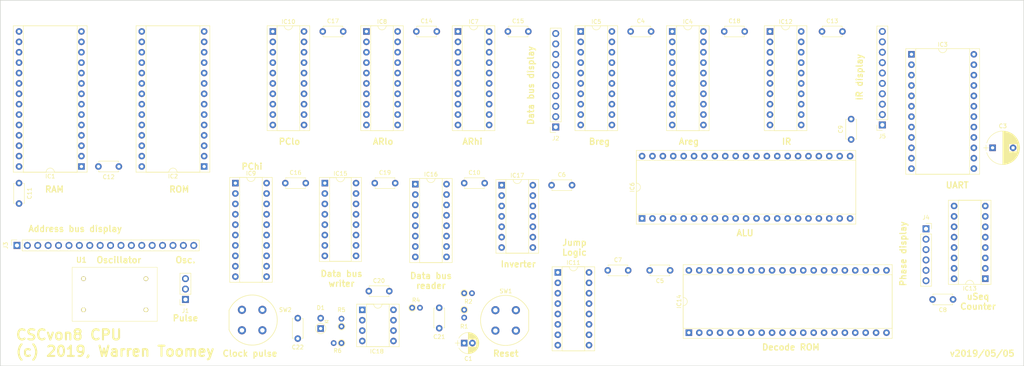
<source format=kicad_pcb>
(kicad_pcb (version 20171130) (host pcbnew 5.1.2-f72e74a~84~ubuntu18.04.1)
  (layers (0 F.Cu signal) (31 B.Cu signal) (34 B.Paste user) (35 F.Paste user) (36 B.SilkS user) (37 F.SilkS user) (38 B.Mask user) (39 F.Mask user) (44 Edge.Cuts user))
  (net 0 "")
  (net 1 adr14)
  (net 2 d3)
  (net 3 adr12)
  (net 4 d4)
  (net 5 adr7)
  (net 6 d5)
  (net 7 adr6)
  (net 8 d6)
  (net 9 adr5)
  (net 10 d7)
  (net 11 adr4)
  (net 12 "Net-(IC1-Pad20)")
  (net 13 adr3)
  (net 14 adr10)
  (net 15 adr2)
  (net 16 adr1)
  (net 17 adr11)
  (net 18 adr0)
  (net 19 adr9)
  (net 20 d0)
  (net 21 adr8)
  (net 22 d1)
  (net 23 adr13)
  (net 24 d2)
  (net 25 adr15)
  (net 26 "Net-(IC3-Pad13)")
  (net 27 "Net-(IC3-Pad14)")
  (net 28 "Net-(IC3-Pad4)")
  (net 29 "Net-(IC3-Pad16)")
  (net 30 "Net-(IC3-Pad17)")
  (net 31 "Net-(IC3-Pad19)")
  (net 32 "Net-(IC3-Pad20)")
  (net 33 "Net-(IC3-Pad11)")
  (net 34 Aload)
  (net 35 "Net-(IC4-Pad12)")
  (net 36 "Net-(IC4-Pad13)")
  (net 37 "Net-(IC4-Pad14)")
  (net 38 "Net-(IC4-Pad15)")
  (net 39 "Net-(IC4-Pad16)")
  (net 40 "Net-(IC4-Pad17)")
  (net 41 "Net-(IC4-Pad18)")
  (net 42 "Net-(IC4-Pad19)")
  (net 43 Bload)
  (net 44 "Net-(IC5-Pad12)")
  (net 45 "Net-(IC5-Pad13)")
  (net 46 "Net-(IC5-Pad14)")
  (net 47 "Net-(IC5-Pad15)")
  (net 48 "Net-(IC5-Pad16)")
  (net 49 "Net-(IC5-Pad17)")
  (net 50 "Net-(IC5-Pad18)")
  (net 51 "Net-(IC5-Pad19)")
  (net 52 Op2)
  (net 53 Op1)
  (net 54 "Net-(IC6-Pad26)")
  (net 55 "Net-(IC6-Pad28)")
  (net 56 "Net-(IC6-Pad30)")
  (net 57 Op4)
  (net 58 Op0)
  (net 59 Carry)
  (net 60 Zero)
  (net 61 Negative)
  (net 62 Op3)
  (net 63 AHload)
  (net 64 ALload)
  (net 65 "Net-(IC9-Pad11)")
  (net 66 Clk)
  (net 67 "Net-(IC10-Pad11)")
  (net 68 IRload)
  (net 69 "Net-(IC12-Pad12)")
  (net 70 "Net-(IC12-Pad13)")
  (net 71 "Net-(IC12-Pad14)")
  (net 72 "Net-(IC12-Pad15)")
  (net 73 "Net-(IC12-Pad16)")
  (net 74 "Net-(IC12-Pad17)")
  (net 75 "Net-(IC12-Pad18)")
  (net 76 "Net-(IC12-Pad19)")
  (net 77 "Net-(IC13-Pad11)")
  (net 78 "Net-(IC13-Pad12)")
  (net 79 "Net-(IC13-Pad13)")
  (net 80 "Net-(IC13-Pad14)")
  (net 81 "Net-(IC13-Pad15)")
  (net 82 "/Instruction Decode/DbusOp1")
  (net 83 "/Instruction Decode/DbusOp0")
  (net 84 "/Instruction Decode/LoadOp2")
  (net 85 "/Instruction Decode/LoadOp1")
  (net 86 "/Instruction Decode/LoadOp0")
  (net 87 "Net-(IC14-Pad38)")
  (net 88 "Net-(IC15-Pad7)")
  (net 89 "Net-(IC16-Pad15)")
  (net 90 "Net-(SW1-Pad1)")
  (net 91 "Net-(SW1-Pad2)")
  (net 92 "Net-(SW2-Pad1)")
  (net 93 "Net-(SW2-Pad2)")
  (net 94 "Net-(U1-Pad1)")
  (net 95 ~Reset)
  (net 96 Lo)
  (net 97 Hi)
  (net 98 ~MEMresult)
  (net 99 ~MEMload)
  (net 100 ~IOload)
  (net 101 ~TXready)
  (net 102 ~RXready)
  (net 103 ~UARTresult)
  (net 104 DivByZero)
  (net 105 ~ALUresult)
  (net 106 Overflow)
  (net 107 ~ARena)
  (net 108 JumpOp2)
  (net 109 JumpOp1)
  (net 110 JumpOp0)
  (net 111 "Net-(IC11-Pad5)")
  (net 112 ~uSreset)
  (net 113 "Net-(IC16-Pad10)")
  (net 114 "Net-(IC16-Pad12)")
  (net 115 "Net-(IC16-Pad13)")
  (net 116 "Net-(IC16-Pad14)")
  (net 117 "Net-(C21-Pad1)")
  (net 118 "Net-(C22-Pad1)")
  (net 119 "Net-(C22-Pad2)")
  (net 120 "Net-(IC18-Pad5)")
  (net 121 "Net-(IC18-Pad3)")
  (net 122 "Net-(R2-Pad2)")
  (net 123 ~Clkbar)
  (net 124 ~PCload)
  (net 125 PCincr)
  (net 126 "Net-(IC15-Pad9)")
  (net 127 "Net-(IC15-Pad10)")
  (net 128 "Net-(IC15-Pad12)")
  (net 129 "Net-(IC16-Pad9)")
  (net 130 "Net-(J1-Pad3)")
  (net 131 "Net-(J2-Pad9)")
  (net 132 "Net-(J3-Pad17)")
  (net 133 "Net-(J4-Pad5)")
  (net 134 "Net-(J5-Pad9)")
  (module Housings_DIP:DIP-20_W7.62mm_Socket (layer F.Cu) (at 78.74 76.2)
    (fp_text reference IC9 (at 3.81 -2.39) (layer F.SilkS))
    (fp_text value 74LS593)
    (pad 1 thru_hole rect (at 0 0) (size 1.6 1.6) (drill 0.8) (layers *.Cu *.Mask) (net 21 adr8))
    (pad 11 thru_hole oval (at 7.62 22.86) (size 1.6 1.6) (drill 0.8) (layers *.Cu *.Mask) (net 65 "Net-(IC9-Pad11)"))
    (pad 2 thru_hole oval (at 0 2.54) (size 1.6 1.6) (drill 0.8) (layers *.Cu *.Mask) (net 19 adr9))
    (pad 12 thru_hole oval (at 7.62 20.32) (size 1.6 1.6) (drill 0.8) (layers *.Cu *.Mask) (net 95 ~Reset))
    (pad 3 thru_hole oval (at 0 5.08) (size 1.6 1.6) (drill 0.8) (layers *.Cu *.Mask) (net 14 adr10))
    (pad 13 thru_hole oval (at 7.62 17.78) (size 1.6 1.6) (drill 0.8) (layers *.Cu *.Mask) (net 67 "Net-(IC10-Pad11)"))
    (pad 4 thru_hole oval (at 0 7.62) (size 1.6 1.6) (drill 0.8) (layers *.Cu *.Mask) (net 17 adr11))
    (pad 14 thru_hole oval (at 7.62 15.24) (size 1.6 1.6) (drill 0.8) (layers *.Cu *.Mask) (net 96 Lo))
    (pad 5 thru_hole oval (at 0 10.16) (size 1.6 1.6) (drill 0.8) (layers *.Cu *.Mask) (net 3 adr12))
    (pad 15 thru_hole oval (at 7.62 12.7) (size 1.6 1.6) (drill 0.8) (layers *.Cu *.Mask) (net 96 Lo))
    (pad 6 thru_hole oval (at 0 12.7) (size 1.6 1.6) (drill 0.8) (layers *.Cu *.Mask) (net 23 adr13))
    (pad 16 thru_hole oval (at 7.62 10.16) (size 1.6 1.6) (drill 0.8) (layers *.Cu *.Mask) (net 123 ~Clkbar))
    (pad 7 thru_hole oval (at 0 15.24) (size 1.6 1.6) (drill 0.8) (layers *.Cu *.Mask) (net 1 adr14))
    (pad 17 thru_hole oval (at 7.62 7.62) (size 1.6 1.6) (drill 0.8) (layers *.Cu *.Mask) (net 96 Lo))
    (pad 8 thru_hole oval (at 0 17.78) (size 1.6 1.6) (drill 0.8) (layers *.Cu *.Mask) (net 25 adr15))
    (pad 18 thru_hole oval (at 7.62 5.08) (size 1.6 1.6) (drill 0.8) (layers *.Cu *.Mask) (net 96 Lo))
    (pad 9 thru_hole oval (at 0 20.32) (size 1.6 1.6) (drill 0.8) (layers *.Cu *.Mask) (net 124 ~PCload))
    (pad 19 thru_hole oval (at 7.62 2.54) (size 1.6 1.6) (drill 0.8) (layers *.Cu *.Mask) (net 107 ~ARena))
    (pad 10 thru_hole oval (at 0 22.86) (size 1.6 1.6) (drill 0.8) (layers *.Cu *.Mask) (net 96 Lo))
    (pad 20 thru_hole oval (at 7.62 0) (size 1.6 1.6) (drill 0.8) (layers *.Cu *.Mask) (net 97 Hi))
  )
  (module Housings_DIP:DIP-20_W7.62mm_Socket (layer F.Cu) (at 110.744 39.116)
    (fp_text reference IC8 (at 3.81 -2.39) (layer F.SilkS))
    (fp_text value 74HCT574)
    (pad 1 thru_hole rect (at 0 0) (size 1.6 1.6) (drill 0.8) (layers *.Cu *.Mask) (net 107 ~ARena))
    (pad 11 thru_hole oval (at 7.62 22.86) (size 1.6 1.6) (drill 0.8) (layers *.Cu *.Mask) (net 64 ALload))
    (pad 2 thru_hole oval (at 0 2.54) (size 1.6 1.6) (drill 0.8) (layers *.Cu *.Mask) (net 20 d0))
    (pad 12 thru_hole oval (at 7.62 20.32) (size 1.6 1.6) (drill 0.8) (layers *.Cu *.Mask) (net 5 adr7))
    (pad 3 thru_hole oval (at 0 5.08) (size 1.6 1.6) (drill 0.8) (layers *.Cu *.Mask) (net 22 d1))
    (pad 13 thru_hole oval (at 7.62 17.78) (size 1.6 1.6) (drill 0.8) (layers *.Cu *.Mask) (net 7 adr6))
    (pad 4 thru_hole oval (at 0 7.62) (size 1.6 1.6) (drill 0.8) (layers *.Cu *.Mask) (net 24 d2))
    (pad 14 thru_hole oval (at 7.62 15.24) (size 1.6 1.6) (drill 0.8) (layers *.Cu *.Mask) (net 9 adr5))
    (pad 5 thru_hole oval (at 0 10.16) (size 1.6 1.6) (drill 0.8) (layers *.Cu *.Mask) (net 2 d3))
    (pad 15 thru_hole oval (at 7.62 12.7) (size 1.6 1.6) (drill 0.8) (layers *.Cu *.Mask) (net 11 adr4))
    (pad 6 thru_hole oval (at 0 12.7) (size 1.6 1.6) (drill 0.8) (layers *.Cu *.Mask) (net 4 d4))
    (pad 16 thru_hole oval (at 7.62 10.16) (size 1.6 1.6) (drill 0.8) (layers *.Cu *.Mask) (net 13 adr3))
    (pad 7 thru_hole oval (at 0 15.24) (size 1.6 1.6) (drill 0.8) (layers *.Cu *.Mask) (net 6 d5))
    (pad 17 thru_hole oval (at 7.62 7.62) (size 1.6 1.6) (drill 0.8) (layers *.Cu *.Mask) (net 15 adr2))
    (pad 8 thru_hole oval (at 0 17.78) (size 1.6 1.6) (drill 0.8) (layers *.Cu *.Mask) (net 8 d6))
    (pad 18 thru_hole oval (at 7.62 5.08) (size 1.6 1.6) (drill 0.8) (layers *.Cu *.Mask) (net 16 adr1))
    (pad 9 thru_hole oval (at 0 20.32) (size 1.6 1.6) (drill 0.8) (layers *.Cu *.Mask) (net 10 d7))
    (pad 19 thru_hole oval (at 7.62 2.54) (size 1.6 1.6) (drill 0.8) (layers *.Cu *.Mask) (net 18 adr0))
    (pad 10 thru_hole oval (at 0 22.86) (size 1.6 1.6) (drill 0.8) (layers *.Cu *.Mask) (net 96 Lo))
    (pad 20 thru_hole oval (at 7.62 0) (size 1.6 1.6) (drill 0.8) (layers *.Cu *.Mask) (net 97 Hi))
  )
  (module Housings_DIP:DIP-20_W7.62mm_Socket (layer F.Cu) (at 185.42 39.116)
    (fp_text reference IC4 (at 3.81 -2.39) (layer F.SilkS))
    (fp_text value 74HCT574)
    (pad 1 thru_hole rect (at 0 0) (size 1.6 1.6) (drill 0.8) (layers *.Cu *.Mask) (net 96 Lo))
    (pad 11 thru_hole oval (at 7.62 22.86) (size 1.6 1.6) (drill 0.8) (layers *.Cu *.Mask) (net 34 Aload))
    (pad 2 thru_hole oval (at 0 2.54) (size 1.6 1.6) (drill 0.8) (layers *.Cu *.Mask) (net 20 d0))
    (pad 12 thru_hole oval (at 7.62 20.32) (size 1.6 1.6) (drill 0.8) (layers *.Cu *.Mask) (net 35 "Net-(IC4-Pad12)"))
    (pad 3 thru_hole oval (at 0 5.08) (size 1.6 1.6) (drill 0.8) (layers *.Cu *.Mask) (net 22 d1))
    (pad 13 thru_hole oval (at 7.62 17.78) (size 1.6 1.6) (drill 0.8) (layers *.Cu *.Mask) (net 36 "Net-(IC4-Pad13)"))
    (pad 4 thru_hole oval (at 0 7.62) (size 1.6 1.6) (drill 0.8) (layers *.Cu *.Mask) (net 24 d2))
    (pad 14 thru_hole oval (at 7.62 15.24) (size 1.6 1.6) (drill 0.8) (layers *.Cu *.Mask) (net 37 "Net-(IC4-Pad14)"))
    (pad 5 thru_hole oval (at 0 10.16) (size 1.6 1.6) (drill 0.8) (layers *.Cu *.Mask) (net 2 d3))
    (pad 15 thru_hole oval (at 7.62 12.7) (size 1.6 1.6) (drill 0.8) (layers *.Cu *.Mask) (net 38 "Net-(IC4-Pad15)"))
    (pad 6 thru_hole oval (at 0 12.7) (size 1.6 1.6) (drill 0.8) (layers *.Cu *.Mask) (net 4 d4))
    (pad 16 thru_hole oval (at 7.62 10.16) (size 1.6 1.6) (drill 0.8) (layers *.Cu *.Mask) (net 39 "Net-(IC4-Pad16)"))
    (pad 7 thru_hole oval (at 0 15.24) (size 1.6 1.6) (drill 0.8) (layers *.Cu *.Mask) (net 6 d5))
    (pad 17 thru_hole oval (at 7.62 7.62) (size 1.6 1.6) (drill 0.8) (layers *.Cu *.Mask) (net 40 "Net-(IC4-Pad17)"))
    (pad 8 thru_hole oval (at 0 17.78) (size 1.6 1.6) (drill 0.8) (layers *.Cu *.Mask) (net 8 d6))
    (pad 18 thru_hole oval (at 7.62 5.08) (size 1.6 1.6) (drill 0.8) (layers *.Cu *.Mask) (net 41 "Net-(IC4-Pad18)"))
    (pad 9 thru_hole oval (at 0 20.32) (size 1.6 1.6) (drill 0.8) (layers *.Cu *.Mask) (net 10 d7))
    (pad 19 thru_hole oval (at 7.62 2.54) (size 1.6 1.6) (drill 0.8) (layers *.Cu *.Mask) (net 42 "Net-(IC4-Pad19)"))
    (pad 10 thru_hole oval (at 0 22.86) (size 1.6 1.6) (drill 0.8) (layers *.Cu *.Mask) (net 96 Lo))
    (pad 20 thru_hole oval (at 7.62 0) (size 1.6 1.6) (drill 0.8) (layers *.Cu *.Mask) (net 97 Hi))
  )
  (module Housings_DIP:DIP-20_W7.62mm_Socket (layer F.Cu) (at 133.096 39.116)
    (fp_text reference IC7 (at 3.81 -2.39) (layer F.SilkS))
    (fp_text value 74HCT574)
    (pad 1 thru_hole rect (at 0 0) (size 1.6 1.6) (drill 0.8) (layers *.Cu *.Mask) (net 107 ~ARena))
    (pad 11 thru_hole oval (at 7.62 22.86) (size 1.6 1.6) (drill 0.8) (layers *.Cu *.Mask) (net 63 AHload))
    (pad 2 thru_hole oval (at 0 2.54) (size 1.6 1.6) (drill 0.8) (layers *.Cu *.Mask) (net 20 d0))
    (pad 12 thru_hole oval (at 7.62 20.32) (size 1.6 1.6) (drill 0.8) (layers *.Cu *.Mask) (net 25 adr15))
    (pad 3 thru_hole oval (at 0 5.08) (size 1.6 1.6) (drill 0.8) (layers *.Cu *.Mask) (net 22 d1))
    (pad 13 thru_hole oval (at 7.62 17.78) (size 1.6 1.6) (drill 0.8) (layers *.Cu *.Mask) (net 1 adr14))
    (pad 4 thru_hole oval (at 0 7.62) (size 1.6 1.6) (drill 0.8) (layers *.Cu *.Mask) (net 24 d2))
    (pad 14 thru_hole oval (at 7.62 15.24) (size 1.6 1.6) (drill 0.8) (layers *.Cu *.Mask) (net 23 adr13))
    (pad 5 thru_hole oval (at 0 10.16) (size 1.6 1.6) (drill 0.8) (layers *.Cu *.Mask) (net 2 d3))
    (pad 15 thru_hole oval (at 7.62 12.7) (size 1.6 1.6) (drill 0.8) (layers *.Cu *.Mask) (net 3 adr12))
    (pad 6 thru_hole oval (at 0 12.7) (size 1.6 1.6) (drill 0.8) (layers *.Cu *.Mask) (net 4 d4))
    (pad 16 thru_hole oval (at 7.62 10.16) (size 1.6 1.6) (drill 0.8) (layers *.Cu *.Mask) (net 17 adr11))
    (pad 7 thru_hole oval (at 0 15.24) (size 1.6 1.6) (drill 0.8) (layers *.Cu *.Mask) (net 6 d5))
    (pad 17 thru_hole oval (at 7.62 7.62) (size 1.6 1.6) (drill 0.8) (layers *.Cu *.Mask) (net 14 adr10))
    (pad 8 thru_hole oval (at 0 17.78) (size 1.6 1.6) (drill 0.8) (layers *.Cu *.Mask) (net 8 d6))
    (pad 18 thru_hole oval (at 7.62 5.08) (size 1.6 1.6) (drill 0.8) (layers *.Cu *.Mask) (net 19 adr9))
    (pad 9 thru_hole oval (at 0 20.32) (size 1.6 1.6) (drill 0.8) (layers *.Cu *.Mask) (net 10 d7))
    (pad 19 thru_hole oval (at 7.62 2.54) (size 1.6 1.6) (drill 0.8) (layers *.Cu *.Mask) (net 21 adr8))
    (pad 10 thru_hole oval (at 0 22.86) (size 1.6 1.6) (drill 0.8) (layers *.Cu *.Mask) (net 96 Lo))
    (pad 20 thru_hole oval (at 7.62 0) (size 1.6 1.6) (drill 0.8) (layers *.Cu *.Mask) (net 97 Hi))
  )
  (module Housings_DIP:DIP-20_W7.62mm_Socket (layer F.Cu) (at 163.068 39.116)
    (fp_text reference IC5 (at 3.81 -2.39) (layer F.SilkS))
    (fp_text value 74HCT574)
    (pad 1 thru_hole rect (at 0 0) (size 1.6 1.6) (drill 0.8) (layers *.Cu *.Mask) (net 96 Lo))
    (pad 11 thru_hole oval (at 7.62 22.86) (size 1.6 1.6) (drill 0.8) (layers *.Cu *.Mask) (net 43 Bload))
    (pad 2 thru_hole oval (at 0 2.54) (size 1.6 1.6) (drill 0.8) (layers *.Cu *.Mask) (net 20 d0))
    (pad 12 thru_hole oval (at 7.62 20.32) (size 1.6 1.6) (drill 0.8) (layers *.Cu *.Mask) (net 44 "Net-(IC5-Pad12)"))
    (pad 3 thru_hole oval (at 0 5.08) (size 1.6 1.6) (drill 0.8) (layers *.Cu *.Mask) (net 22 d1))
    (pad 13 thru_hole oval (at 7.62 17.78) (size 1.6 1.6) (drill 0.8) (layers *.Cu *.Mask) (net 45 "Net-(IC5-Pad13)"))
    (pad 4 thru_hole oval (at 0 7.62) (size 1.6 1.6) (drill 0.8) (layers *.Cu *.Mask) (net 24 d2))
    (pad 14 thru_hole oval (at 7.62 15.24) (size 1.6 1.6) (drill 0.8) (layers *.Cu *.Mask) (net 46 "Net-(IC5-Pad14)"))
    (pad 5 thru_hole oval (at 0 10.16) (size 1.6 1.6) (drill 0.8) (layers *.Cu *.Mask) (net 2 d3))
    (pad 15 thru_hole oval (at 7.62 12.7) (size 1.6 1.6) (drill 0.8) (layers *.Cu *.Mask) (net 47 "Net-(IC5-Pad15)"))
    (pad 6 thru_hole oval (at 0 12.7) (size 1.6 1.6) (drill 0.8) (layers *.Cu *.Mask) (net 4 d4))
    (pad 16 thru_hole oval (at 7.62 10.16) (size 1.6 1.6) (drill 0.8) (layers *.Cu *.Mask) (net 48 "Net-(IC5-Pad16)"))
    (pad 7 thru_hole oval (at 0 15.24) (size 1.6 1.6) (drill 0.8) (layers *.Cu *.Mask) (net 6 d5))
    (pad 17 thru_hole oval (at 7.62 7.62) (size 1.6 1.6) (drill 0.8) (layers *.Cu *.Mask) (net 49 "Net-(IC5-Pad17)"))
    (pad 8 thru_hole oval (at 0 17.78) (size 1.6 1.6) (drill 0.8) (layers *.Cu *.Mask) (net 8 d6))
    (pad 18 thru_hole oval (at 7.62 5.08) (size 1.6 1.6) (drill 0.8) (layers *.Cu *.Mask) (net 50 "Net-(IC5-Pad18)"))
    (pad 9 thru_hole oval (at 0 20.32) (size 1.6 1.6) (drill 0.8) (layers *.Cu *.Mask) (net 10 d7))
    (pad 19 thru_hole oval (at 7.62 2.54) (size 1.6 1.6) (drill 0.8) (layers *.Cu *.Mask) (net 51 "Net-(IC5-Pad19)"))
    (pad 10 thru_hole oval (at 0 22.86) (size 1.6 1.6) (drill 0.8) (layers *.Cu *.Mask) (net 96 Lo))
    (pad 20 thru_hole oval (at 7.62 0) (size 1.6 1.6) (drill 0.8) (layers *.Cu *.Mask) (net 97 Hi))
  )
  (module Housings_DIP:DIP-42_W15.24mm_Socket (layer F.Cu) (at 178.054 84.836 90)
    (fp_text reference IC6 (at 7.62 -2.39 90) (layer F.SilkS))
    (fp_text value M27C322-100F1)
    (pad 1 thru_hole rect (at 0 0 90) (size 1.6 1.6) (drill 0.8) (layers *.Cu *.Mask) (net 52 Op2))
    (pad 22 thru_hole oval (at 15.24 50.8 90) (size 1.6 1.6) (drill 0.8) (layers *.Cu *.Mask) (net 97 Hi))
    (pad 2 thru_hole oval (at 0 2.54 90) (size 1.6 1.6) (drill 0.8) (layers *.Cu *.Mask) (net 53 Op1))
    (pad 23 thru_hole oval (at 15.24 48.26 90) (size 1.6 1.6) (drill 0.8) (layers *.Cu *.Mask) (net 4 d4))
    (pad 3 thru_hole oval (at 0 5.08 90) (size 1.6 1.6) (drill 0.8) (layers *.Cu *.Mask) (net 44 "Net-(IC5-Pad12)"))
    (pad 24 thru_hole oval (at 15.24 45.72 90) (size 1.6 1.6) (drill 0.8) (layers *.Cu *.Mask) (net 104 DivByZero))
    (pad 4 thru_hole oval (at 0 7.62 90) (size 1.6 1.6) (drill 0.8) (layers *.Cu *.Mask) (net 45 "Net-(IC5-Pad13)"))
    (pad 25 thru_hole oval (at 15.24 43.18 90) (size 1.6 1.6) (drill 0.8) (layers *.Cu *.Mask) (net 6 d5))
    (pad 5 thru_hole oval (at 0 10.16 90) (size 1.6 1.6) (drill 0.8) (layers *.Cu *.Mask) (net 46 "Net-(IC5-Pad14)"))
    (pad 26 thru_hole oval (at 15.24 40.64 90) (size 1.6 1.6) (drill 0.8) (layers *.Cu *.Mask) (net 54 "Net-(IC6-Pad26)"))
    (pad 6 thru_hole oval (at 0 12.7 90) (size 1.6 1.6) (drill 0.8) (layers *.Cu *.Mask) (net 47 "Net-(IC5-Pad15)"))
    (pad 27 thru_hole oval (at 15.24 38.1 90) (size 1.6 1.6) (drill 0.8) (layers *.Cu *.Mask) (net 8 d6))
    (pad 7 thru_hole oval (at 0 15.24 90) (size 1.6 1.6) (drill 0.8) (layers *.Cu *.Mask) (net 48 "Net-(IC5-Pad16)"))
    (pad 28 thru_hole oval (at 15.24 35.56 90) (size 1.6 1.6) (drill 0.8) (layers *.Cu *.Mask) (net 55 "Net-(IC6-Pad28)"))
    (pad 8 thru_hole oval (at 0 17.78 90) (size 1.6 1.6) (drill 0.8) (layers *.Cu *.Mask) (net 49 "Net-(IC5-Pad17)"))
    (pad 29 thru_hole oval (at 15.24 33.02 90) (size 1.6 1.6) (drill 0.8) (layers *.Cu *.Mask) (net 10 d7))
    (pad 9 thru_hole oval (at 0 20.32 90) (size 1.6 1.6) (drill 0.8) (layers *.Cu *.Mask) (net 50 "Net-(IC5-Pad18)"))
    (pad 30 thru_hole oval (at 15.24 30.48 90) (size 1.6 1.6) (drill 0.8) (layers *.Cu *.Mask) (net 56 "Net-(IC6-Pad30)"))
    (pad 10 thru_hole oval (at 0 22.86 90) (size 1.6 1.6) (drill 0.8) (layers *.Cu *.Mask) (net 51 "Net-(IC5-Pad19)"))
    (pad 31 thru_hole oval (at 15.24 27.94 90) (size 1.6 1.6) (drill 0.8) (layers *.Cu *.Mask) (net 96 Lo))
    (pad 11 thru_hole oval (at 0 25.4 90) (size 1.6 1.6) (drill 0.8) (layers *.Cu *.Mask) (net 96 Lo))
    (pad 32 thru_hole oval (at 15.24 25.4 90) (size 1.6 1.6) (drill 0.8) (layers *.Cu *.Mask) (net 57 Op4))
    (pad 12 thru_hole oval (at 0 27.94 90) (size 1.6 1.6) (drill 0.8) (layers *.Cu *.Mask) (net 96 Lo))
    (pad 33 thru_hole oval (at 15.24 22.86 90) (size 1.6 1.6) (drill 0.8) (layers *.Cu *.Mask) (net 58 Op0))
    (pad 13 thru_hole oval (at 0 30.48 90) (size 1.6 1.6) (drill 0.8) (layers *.Cu *.Mask) (net 105 ~ALUresult))
    (pad 34 thru_hole oval (at 15.24 20.32 90) (size 1.6 1.6) (drill 0.8) (layers *.Cu *.Mask) (net 35 "Net-(IC4-Pad12)"))
    (pad 14 thru_hole oval (at 0 33.02 90) (size 1.6 1.6) (drill 0.8) (layers *.Cu *.Mask) (net 20 d0))
    (pad 35 thru_hole oval (at 15.24 17.78 90) (size 1.6 1.6) (drill 0.8) (layers *.Cu *.Mask) (net 36 "Net-(IC4-Pad13)"))
    (pad 15 thru_hole oval (at 0 35.56 90) (size 1.6 1.6) (drill 0.8) (layers *.Cu *.Mask) (net 59 Carry))
    (pad 36 thru_hole oval (at 15.24 15.24 90) (size 1.6 1.6) (drill 0.8) (layers *.Cu *.Mask) (net 37 "Net-(IC4-Pad14)"))
    (pad 16 thru_hole oval (at 0 38.1 90) (size 1.6 1.6) (drill 0.8) (layers *.Cu *.Mask) (net 22 d1))
    (pad 37 thru_hole oval (at 15.24 12.7 90) (size 1.6 1.6) (drill 0.8) (layers *.Cu *.Mask) (net 38 "Net-(IC4-Pad15)"))
    (pad 17 thru_hole oval (at 0 40.64 90) (size 1.6 1.6) (drill 0.8) (layers *.Cu *.Mask) (net 106 Overflow))
    (pad 38 thru_hole oval (at 15.24 10.16 90) (size 1.6 1.6) (drill 0.8) (layers *.Cu *.Mask) (net 39 "Net-(IC4-Pad16)"))
    (pad 18 thru_hole oval (at 0 43.18 90) (size 1.6 1.6) (drill 0.8) (layers *.Cu *.Mask) (net 24 d2))
    (pad 39 thru_hole oval (at 15.24 7.62 90) (size 1.6 1.6) (drill 0.8) (layers *.Cu *.Mask) (net 40 "Net-(IC4-Pad17)"))
    (pad 19 thru_hole oval (at 0 45.72 90) (size 1.6 1.6) (drill 0.8) (layers *.Cu *.Mask) (net 60 Zero))
    (pad 40 thru_hole oval (at 15.24 5.08 90) (size 1.6 1.6) (drill 0.8) (layers *.Cu *.Mask) (net 41 "Net-(IC4-Pad18)"))
    (pad 20 thru_hole oval (at 0 48.26 90) (size 1.6 1.6) (drill 0.8) (layers *.Cu *.Mask) (net 2 d3))
    (pad 41 thru_hole oval (at 15.24 2.54 90) (size 1.6 1.6) (drill 0.8) (layers *.Cu *.Mask) (net 42 "Net-(IC4-Pad19)"))
    (pad 21 thru_hole oval (at 0 50.8 90) (size 1.6 1.6) (drill 0.8) (layers *.Cu *.Mask) (net 61 Negative))
    (pad 42 thru_hole oval (at 15.24 0 90) (size 1.6 1.6) (drill 0.8) (layers *.Cu *.Mask) (net 62 Op3))
  )
  (module QX14T50B1.843200B50TT:QX14T50B1.843200B50TT (layer F.Cu) (at 41.656 99.568)
    (fp_text reference U1 (at -0.508 -4.572) (layer F.SilkS) (effects (font (size 1.27 1.27) (thickness 0.254))))
    (fp_text value ECS-100A-035 hide)
    (pad 14 thru_hole circle (at 0 0 90) (size 1.12 1.12) (drill 0.72) (layers *.Cu *.Mask F.SilkS) (net 97 Hi))
    (pad 8 thru_hole circle (at 15.24 0 90) (size 1.12 1.12) (drill 0.72) (layers *.Cu *.Mask F.SilkS) (net 130 "Net-(J1-Pad3)"))
    (pad 1 thru_hole circle (at 0 7.62 90) (size 1.12 1.12) (drill 0.72) (layers *.Cu *.Mask F.SilkS) (net 94 "Net-(U1-Pad1)"))
    (pad 7 thru_hole circle (at 15.24 7.62 90) (size 1.12 1.12) (drill 0.72) (layers *.Cu *.Mask F.SilkS) (net 96 Lo))
  )
  (module Resistors_THT:R_Axial_DIN0204_L3.6mm_D1.6mm_P1.90mm_Vertical (layer F.Cu) (at 134.62 107.188 270)
    (fp_text reference R1 (at 4.064 0) (layer F.SilkS))
    (fp_text value 20K)
    (pad 1 thru_hole circle (at 0 0 270) (size 1.4 1.4) (drill 0.7) (layers *.Cu *.Mask) (net 97 Hi))
    (pad 2 thru_hole oval (at 1.9 0 270) (size 1.4 1.4) (drill 0.7) (layers *.Cu *.Mask) (net 95 ~Reset))
  )
  (module Housings_DIP:DIP-16_W7.62mm_Socket (layer F.Cu) (at 157.48 98.044)
    (fp_text reference IC11 (at 3.81 -2.39) (layer F.SilkS))
    (fp_text value 74HCT251)
    (pad 1 thru_hole rect (at 0 0) (size 1.6 1.6) (drill 0.8) (layers *.Cu *.Mask) (net 60 Zero))
    (pad 9 thru_hole oval (at 7.62 17.78) (size 1.6 1.6) (drill 0.8) (layers *.Cu *.Mask) (net 108 JumpOp2))
    (pad 2 thru_hole oval (at 0 2.54) (size 1.6 1.6) (drill 0.8) (layers *.Cu *.Mask) (net 106 Overflow))
    (pad 10 thru_hole oval (at 7.62 15.24) (size 1.6 1.6) (drill 0.8) (layers *.Cu *.Mask) (net 109 JumpOp1))
    (pad 3 thru_hole oval (at 0 5.08) (size 1.6 1.6) (drill 0.8) (layers *.Cu *.Mask) (net 59 Carry))
    (pad 11 thru_hole oval (at 7.62 12.7) (size 1.6 1.6) (drill 0.8) (layers *.Cu *.Mask) (net 110 JumpOp0))
    (pad 4 thru_hole oval (at 0 7.62) (size 1.6 1.6) (drill 0.8) (layers *.Cu *.Mask) (net 96 Lo))
    (pad 12 thru_hole oval (at 7.62 10.16) (size 1.6 1.6) (drill 0.8) (layers *.Cu *.Mask) (net 102 ~RXready))
    (pad 5 thru_hole oval (at 0 10.16) (size 1.6 1.6) (drill 0.8) (layers *.Cu *.Mask) (net 111 "Net-(IC11-Pad5)"))
    (pad 13 thru_hole oval (at 7.62 7.62) (size 1.6 1.6) (drill 0.8) (layers *.Cu *.Mask) (net 101 ~TXready))
    (pad 6 thru_hole oval (at 0 12.7) (size 1.6 1.6) (drill 0.8) (layers *.Cu *.Mask) (net 124 ~PCload))
    (pad 14 thru_hole oval (at 7.62 5.08) (size 1.6 1.6) (drill 0.8) (layers *.Cu *.Mask) (net 104 DivByZero))
    (pad 7 thru_hole oval (at 0 15.24) (size 1.6 1.6) (drill 0.8) (layers *.Cu *.Mask) (net 96 Lo))
    (pad 15 thru_hole oval (at 7.62 2.54) (size 1.6 1.6) (drill 0.8) (layers *.Cu *.Mask) (net 61 Negative))
    (pad 8 thru_hole oval (at 0 17.78) (size 1.6 1.6) (drill 0.8) (layers *.Cu *.Mask) (net 96 Lo))
    (pad 16 thru_hole oval (at 7.62 0) (size 1.6 1.6) (drill 0.8) (layers *.Cu *.Mask) (net 97 Hi))
  )
  (module Resistors_THT:R_Axial_DIN0204_L3.6mm_D1.6mm_P1.90mm_Vertical (layer F.Cu) (at 134.62 103.124)
    (fp_text reference R2 (at 1.016 2.032) (layer F.SilkS))
    (fp_text value 1K)
    (pad 1 thru_hole circle (at 0 0) (size 1.4 1.4) (drill 0.7) (layers *.Cu *.Mask) (net 95 ~Reset))
    (pad 2 thru_hole oval (at 1.9 0) (size 1.4 1.4) (drill 0.7) (layers *.Cu *.Mask) (net 122 "Net-(R2-Pad2)"))
  )
  (module Housings_DIP:DIP-16_W7.62mm_Socket (layer F.Cu) (at 122.682 76.454)
    (fp_text reference IC16 (at 3.81 -2.39) (layer F.SilkS))
    (fp_text value 74HCT138)
    (pad 1 thru_hole rect (at 0 0) (size 1.6 1.6) (drill 0.8) (layers *.Cu *.Mask) (net 86 "/Instruction Decode/LoadOp0"))
    (pad 9 thru_hole oval (at 7.62 17.78) (size 1.6 1.6) (drill 0.8) (layers *.Cu *.Mask) (net 129 "Net-(IC16-Pad9)"))
    (pad 2 thru_hole oval (at 0 2.54) (size 1.6 1.6) (drill 0.8) (layers *.Cu *.Mask) (net 85 "/Instruction Decode/LoadOp1"))
    (pad 10 thru_hole oval (at 7.62 15.24) (size 1.6 1.6) (drill 0.8) (layers *.Cu *.Mask) (net 113 "Net-(IC16-Pad10)"))
    (pad 3 thru_hole oval (at 0 5.08) (size 1.6 1.6) (drill 0.8) (layers *.Cu *.Mask) (net 84 "/Instruction Decode/LoadOp2"))
    (pad 11 thru_hole oval (at 7.62 12.7) (size 1.6 1.6) (drill 0.8) (layers *.Cu *.Mask) (net 99 ~MEMload))
    (pad 4 thru_hole oval (at 0 7.62) (size 1.6 1.6) (drill 0.8) (layers *.Cu *.Mask) (net 66 Clk))
    (pad 12 thru_hole oval (at 7.62 10.16) (size 1.6 1.6) (drill 0.8) (layers *.Cu *.Mask) (net 114 "Net-(IC16-Pad12)"))
    (pad 5 thru_hole oval (at 0 10.16) (size 1.6 1.6) (drill 0.8) (layers *.Cu *.Mask) (net 96 Lo))
    (pad 13 thru_hole oval (at 7.62 7.62) (size 1.6 1.6) (drill 0.8) (layers *.Cu *.Mask) (net 115 "Net-(IC16-Pad13)"))
    (pad 6 thru_hole oval (at 0 12.7) (size 1.6 1.6) (drill 0.8) (layers *.Cu *.Mask) (net 97 Hi))
    (pad 14 thru_hole oval (at 7.62 5.08) (size 1.6 1.6) (drill 0.8) (layers *.Cu *.Mask) (net 116 "Net-(IC16-Pad14)"))
    (pad 7 thru_hole oval (at 0 15.24) (size 1.6 1.6) (drill 0.8) (layers *.Cu *.Mask) (net 100 ~IOload))
    (pad 15 thru_hole oval (at 7.62 2.54) (size 1.6 1.6) (drill 0.8) (layers *.Cu *.Mask) (net 89 "Net-(IC16-Pad15)"))
    (pad 8 thru_hole oval (at 0 17.78) (size 1.6 1.6) (drill 0.8) (layers *.Cu *.Mask) (net 96 Lo))
    (pad 16 thru_hole oval (at 7.62 0) (size 1.6 1.6) (drill 0.8) (layers *.Cu *.Mask) (net 97 Hi))
  )
  (module Capacitors_THT:CP_Radial_D5.0mm_P2.00mm (layer F.Cu) (at 134.62 115.316)
    (fp_text reference C1 (at 1.016 3.81) (layer F.SilkS))
    (fp_text value 10uF)
    (pad 1 thru_hole rect (at 0 0) (size 1.6 1.6) (drill 0.8) (layers *.Cu *.Mask) (net 95 ~Reset))
    (pad 2 thru_hole circle (at 2 0) (size 1.6 1.6) (drill 0.8) (layers *.Cu *.Mask) (net 96 Lo))
  )
  (module Capacitors_THT:CP_Radial_D8.0mm_P5.00mm (layer F.Cu) (at 263.652 67.564)
    (fp_text reference C3 (at 2.5 -5.31) (layer F.SilkS))
    (fp_text value 220uF)
    (pad 1 thru_hole rect (at 0 0) (size 1.6 1.6) (drill 0.8) (layers *.Cu *.Mask) (net 97 Hi))
    (pad 2 thru_hole circle (at 5 0) (size 1.6 1.6) (drill 0.8) (layers *.Cu *.Mask) (net 96 Lo))
  )
  (module Housings_DIP:DIP-20_W7.62mm_Socket (layer F.Cu) (at 87.884 39.116)
    (fp_text reference IC10 (at 3.81 -2.39) (layer F.SilkS))
    (fp_text value 74LS593)
    (pad 1 thru_hole rect (at 0 0) (size 1.6 1.6) (drill 0.8) (layers *.Cu *.Mask) (net 18 adr0))
    (pad 11 thru_hole oval (at 7.62 22.86) (size 1.6 1.6) (drill 0.8) (layers *.Cu *.Mask) (net 67 "Net-(IC10-Pad11)"))
    (pad 2 thru_hole oval (at 0 2.54) (size 1.6 1.6) (drill 0.8) (layers *.Cu *.Mask) (net 16 adr1))
    (pad 12 thru_hole oval (at 7.62 20.32) (size 1.6 1.6) (drill 0.8) (layers *.Cu *.Mask) (net 95 ~Reset))
    (pad 3 thru_hole oval (at 0 5.08) (size 1.6 1.6) (drill 0.8) (layers *.Cu *.Mask) (net 15 adr2))
    (pad 13 thru_hole oval (at 7.62 17.78) (size 1.6 1.6) (drill 0.8) (layers *.Cu *.Mask) (net 123 ~Clkbar))
    (pad 4 thru_hole oval (at 0 7.62) (size 1.6 1.6) (drill 0.8) (layers *.Cu *.Mask) (net 13 adr3))
    (pad 14 thru_hole oval (at 7.62 15.24) (size 1.6 1.6) (drill 0.8) (layers *.Cu *.Mask) (net 97 Hi))
    (pad 5 thru_hole oval (at 0 10.16) (size 1.6 1.6) (drill 0.8) (layers *.Cu *.Mask) (net 11 adr4))
    (pad 15 thru_hole oval (at 7.62 12.7) (size 1.6 1.6) (drill 0.8) (layers *.Cu *.Mask) (net 125 PCincr))
    (pad 6 thru_hole oval (at 0 12.7) (size 1.6 1.6) (drill 0.8) (layers *.Cu *.Mask) (net 9 adr5))
    (pad 16 thru_hole oval (at 7.62 10.16) (size 1.6 1.6) (drill 0.8) (layers *.Cu *.Mask) (net 123 ~Clkbar))
    (pad 7 thru_hole oval (at 0 15.24) (size 1.6 1.6) (drill 0.8) (layers *.Cu *.Mask) (net 7 adr6))
    (pad 17 thru_hole oval (at 7.62 7.62) (size 1.6 1.6) (drill 0.8) (layers *.Cu *.Mask) (net 96 Lo))
    (pad 8 thru_hole oval (at 0 17.78) (size 1.6 1.6) (drill 0.8) (layers *.Cu *.Mask) (net 5 adr7))
    (pad 18 thru_hole oval (at 7.62 5.08) (size 1.6 1.6) (drill 0.8) (layers *.Cu *.Mask) (net 96 Lo))
    (pad 9 thru_hole oval (at 0 20.32) (size 1.6 1.6) (drill 0.8) (layers *.Cu *.Mask) (net 124 ~PCload))
    (pad 19 thru_hole oval (at 7.62 2.54) (size 1.6 1.6) (drill 0.8) (layers *.Cu *.Mask) (net 107 ~ARena))
    (pad 10 thru_hole oval (at 0 22.86) (size 1.6 1.6) (drill 0.8) (layers *.Cu *.Mask) (net 96 Lo))
    (pad 20 thru_hole oval (at 7.62 0) (size 1.6 1.6) (drill 0.8) (layers *.Cu *.Mask) (net 97 Hi))
  )
  (module Buttons_Switches_THT:Push_E-Switch_KS01Q01 (layer F.Cu) (at 142.24 112.268 90)
    (fp_text reference SW1 (at 9.652 2.54 180) (layer F.SilkS))
    (fp_text value SW_Push_Dual)
    (pad 1 thru_hole circle (at 0 0 90) (size 2 2) (drill 1.1) (layers *.Cu *.Mask) (net 90 "Net-(SW1-Pad1)"))
    (pad 2 thru_hole circle (at 5 0 90) (size 2 2) (drill 1.1) (layers *.Cu *.Mask) (net 91 "Net-(SW1-Pad2)"))
    (pad 4 thru_hole circle (at 5 5 90) (size 2 2) (drill 1.1) (layers *.Cu *.Mask) (net 122 "Net-(R2-Pad2)"))
    (pad 3 thru_hole circle (at 0 5 90) (size 2 2) (drill 1.1) (layers *.Cu *.Mask) (net 96 Lo))
  )
  (module Capacitors_THT:C_Disc_D4.7mm_W2.5mm_P5.00mm (layer F.Cu) (at 100.076 39.116)
    (fp_text reference C17 (at 2.5 -2.56) (layer F.SilkS))
    (fp_text value 0.1uF)
    (pad 1 thru_hole circle (at 0 0) (size 1.6 1.6) (drill 0.8) (layers *.Cu *.Mask) (net 97 Hi))
    (pad 2 thru_hole circle (at 5 0) (size 1.6 1.6) (drill 0.8) (layers *.Cu *.Mask) (net 96 Lo))
  )
  (module Buttons_Switches_THT:Push_E-Switch_KS01Q01 (layer F.Cu) (at 85.344 107.188 270)
    (fp_text reference SW2 (at 0 -5.588) (layer F.SilkS))
    (fp_text value SW_Push_Dual)
    (pad 1 thru_hole circle (at 0 0 270) (size 2 2) (drill 1.1) (layers *.Cu *.Mask) (net 92 "Net-(SW2-Pad1)"))
    (pad 2 thru_hole circle (at 5 0 270) (size 2 2) (drill 1.1) (layers *.Cu *.Mask) (net 93 "Net-(SW2-Pad2)"))
    (pad 4 thru_hole circle (at 5 5 270) (size 2 2) (drill 1.1) (layers *.Cu *.Mask) (net 119 "Net-(C22-Pad2)"))
    (pad 3 thru_hole circle (at 0 5 270) (size 2 2) (drill 1.1) (layers *.Cu *.Mask) (net 96 Lo))
  )
  (module Housings_DIP:DIP-14_W7.62mm_Socket (layer F.Cu) (at 143.764 76.708)
    (fp_text reference IC17 (at 3.81 -2.39) (layer F.SilkS))
    (fp_text value 74HCT04)
    (pad 1 thru_hole rect (at 0 0) (size 1.6 1.6) (drill 0.8) (layers *.Cu *.Mask) (net 116 "Net-(IC16-Pad14)"))
    (pad 8 thru_hole oval (at 7.62 15.24) (size 1.6 1.6) (drill 0.8) (layers *.Cu *.Mask) (net 63 AHload))
    (pad 2 thru_hole oval (at 0 2.54) (size 1.6 1.6) (drill 0.8) (layers *.Cu *.Mask) (net 68 IRload))
    (pad 9 thru_hole oval (at 7.62 12.7) (size 1.6 1.6) (drill 0.8) (layers *.Cu *.Mask) (net 113 "Net-(IC16-Pad10)"))
    (pad 3 thru_hole oval (at 0 5.08) (size 1.6 1.6) (drill 0.8) (layers *.Cu *.Mask) (net 115 "Net-(IC16-Pad13)"))
    (pad 10 thru_hole oval (at 7.62 10.16) (size 1.6 1.6) (drill 0.8) (layers *.Cu *.Mask) (net 64 ALload))
    (pad 4 thru_hole oval (at 0 7.62) (size 1.6 1.6) (drill 0.8) (layers *.Cu *.Mask) (net 34 Aload))
    (pad 11 thru_hole oval (at 7.62 7.62) (size 1.6 1.6) (drill 0.8) (layers *.Cu *.Mask) (net 129 "Net-(IC16-Pad9)"))
    (pad 5 thru_hole oval (at 0 10.16) (size 1.6 1.6) (drill 0.8) (layers *.Cu *.Mask) (net 114 "Net-(IC16-Pad12)"))
    (pad 12 thru_hole oval (at 7.62 5.08) (size 1.6 1.6) (drill 0.8) (layers *.Cu *.Mask) (net 12 "Net-(IC1-Pad20)"))
    (pad 6 thru_hole oval (at 0 12.7) (size 1.6 1.6) (drill 0.8) (layers *.Cu *.Mask) (net 43 Bload))
    (pad 13 thru_hole oval (at 7.62 2.54) (size 1.6 1.6) (drill 0.8) (layers *.Cu *.Mask) (net 25 adr15))
    (pad 7 thru_hole oval (at 0 15.24) (size 1.6 1.6) (drill 0.8) (layers *.Cu *.Mask) (net 96 Lo))
    (pad 14 thru_hole oval (at 7.62 0) (size 1.6 1.6) (drill 0.8) (layers *.Cu *.Mask) (net 97 Hi))
  )
  (module Capacitors_THT:C_Disc_D4.7mm_W2.5mm_P5.00mm (layer F.Cu) (at 122.936 39.116)
    (fp_text reference C14 (at 2.5 -2.56) (layer F.SilkS))
    (fp_text value 0.1uF)
    (pad 1 thru_hole circle (at 0 0) (size 1.6 1.6) (drill 0.8) (layers *.Cu *.Mask) (net 97 Hi))
    (pad 2 thru_hole circle (at 5 0) (size 1.6 1.6) (drill 0.8) (layers *.Cu *.Mask) (net 96 Lo))
  )
  (module Capacitors_THT:C_Disc_D4.7mm_W2.5mm_P5.00mm (layer F.Cu) (at 145.288 39.116)
    (fp_text reference C15 (at 2.5 -2.56) (layer F.SilkS))
    (fp_text value 0.1uF)
    (pad 1 thru_hole circle (at 0 0) (size 1.6 1.6) (drill 0.8) (layers *.Cu *.Mask) (net 97 Hi))
    (pad 2 thru_hole circle (at 5 0) (size 1.6 1.6) (drill 0.8) (layers *.Cu *.Mask) (net 96 Lo))
  )
  (module Capacitors_THT:C_Disc_D4.7mm_W2.5mm_P5.00mm (layer F.Cu) (at 90.932 76.2)
    (fp_text reference C16 (at 2.5 -2.56) (layer F.SilkS))
    (fp_text value 0.1uF)
    (pad 1 thru_hole circle (at 0 0) (size 1.6 1.6) (drill 0.8) (layers *.Cu *.Mask) (net 97 Hi))
    (pad 2 thru_hole circle (at 5 0) (size 1.6 1.6) (drill 0.8) (layers *.Cu *.Mask) (net 96 Lo))
  )
  (module Capacitors_THT:C_Disc_D4.7mm_W2.5mm_P5.00mm (layer F.Cu) (at 198.12 39.116)
    (fp_text reference C18 (at 2.5 -2.56) (layer F.SilkS))
    (fp_text value 0.1uF)
    (pad 1 thru_hole circle (at 0 0) (size 1.6 1.6) (drill 0.8) (layers *.Cu *.Mask) (net 97 Hi))
    (pad 2 thru_hole circle (at 5 0) (size 1.6 1.6) (drill 0.8) (layers *.Cu *.Mask) (net 96 Lo))
  )
  (module Capacitors_THT:C_Disc_D4.7mm_W2.5mm_P5.00mm (layer F.Cu) (at 112.776 76.2)
    (fp_text reference C19 (at 2.5 -2.56) (layer F.SilkS))
    (fp_text value 0.1uF)
    (pad 1 thru_hole circle (at 0 0) (size 1.6 1.6) (drill 0.8) (layers *.Cu *.Mask) (net 97 Hi))
    (pad 2 thru_hole circle (at 5 0) (size 1.6 1.6) (drill 0.8) (layers *.Cu *.Mask) (net 96 Lo))
  )
  (module Housings_DIP:DIP-28_W15.24mm_Socket (layer F.Cu) (at 41.148 72.136 180)
    (fp_text reference IC1 (at 7.62 -2.39 180) (layer F.SilkS))
    (fp_text value AS6C62256)
    (pad 1 thru_hole rect (at 0 0 180) (size 1.6 1.6) (drill 0.8) (layers *.Cu *.Mask) (net 1 adr14))
    (pad 15 thru_hole oval (at 15.24 33.02 180) (size 1.6 1.6) (drill 0.8) (layers *.Cu *.Mask) (net 2 d3))
    (pad 2 thru_hole oval (at 0 2.54 180) (size 1.6 1.6) (drill 0.8) (layers *.Cu *.Mask) (net 3 adr12))
    (pad 16 thru_hole oval (at 15.24 30.48 180) (size 1.6 1.6) (drill 0.8) (layers *.Cu *.Mask) (net 4 d4))
    (pad 3 thru_hole oval (at 0 5.08 180) (size 1.6 1.6) (drill 0.8) (layers *.Cu *.Mask) (net 5 adr7))
    (pad 17 thru_hole oval (at 15.24 27.94 180) (size 1.6 1.6) (drill 0.8) (layers *.Cu *.Mask) (net 6 d5))
    (pad 4 thru_hole oval (at 0 7.62 180) (size 1.6 1.6) (drill 0.8) (layers *.Cu *.Mask) (net 7 adr6))
    (pad 18 thru_hole oval (at 15.24 25.4 180) (size 1.6 1.6) (drill 0.8) (layers *.Cu *.Mask) (net 8 d6))
    (pad 5 thru_hole oval (at 0 10.16 180) (size 1.6 1.6) (drill 0.8) (layers *.Cu *.Mask) (net 9 adr5))
    (pad 19 thru_hole oval (at 15.24 22.86 180) (size 1.6 1.6) (drill 0.8) (layers *.Cu *.Mask) (net 10 d7))
    (pad 6 thru_hole oval (at 0 12.7 180) (size 1.6 1.6) (drill 0.8) (layers *.Cu *.Mask) (net 11 adr4))
    (pad 20 thru_hole oval (at 15.24 20.32 180) (size 1.6 1.6) (drill 0.8) (layers *.Cu *.Mask) (net 12 "Net-(IC1-Pad20)"))
    (pad 7 thru_hole oval (at 0 15.24 180) (size 1.6 1.6) (drill 0.8) (layers *.Cu *.Mask) (net 13 adr3))
    (pad 21 thru_hole oval (at 15.24 17.78 180) (size 1.6 1.6) (drill 0.8) (layers *.Cu *.Mask) (net 14 adr10))
    (pad 8 thru_hole oval (at 0 17.78 180) (size 1.6 1.6) (drill 0.8) (layers *.Cu *.Mask) (net 15 adr2))
    (pad 22 thru_hole oval (at 15.24 15.24 180) (size 1.6 1.6) (drill 0.8) (layers *.Cu *.Mask) (net 98 ~MEMresult))
    (pad 9 thru_hole oval (at 0 20.32 180) (size 1.6 1.6) (drill 0.8) (layers *.Cu *.Mask) (net 16 adr1))
    (pad 23 thru_hole oval (at 15.24 12.7 180) (size 1.6 1.6) (drill 0.8) (layers *.Cu *.Mask) (net 17 adr11))
    (pad 10 thru_hole oval (at 0 22.86 180) (size 1.6 1.6) (drill 0.8) (layers *.Cu *.Mask) (net 18 adr0))
    (pad 24 thru_hole oval (at 15.24 10.16 180) (size 1.6 1.6) (drill 0.8) (layers *.Cu *.Mask) (net 19 adr9))
    (pad 11 thru_hole oval (at 0 25.4 180) (size 1.6 1.6) (drill 0.8) (layers *.Cu *.Mask) (net 20 d0))
    (pad 25 thru_hole oval (at 15.24 7.62 180) (size 1.6 1.6) (drill 0.8) (layers *.Cu *.Mask) (net 21 adr8))
    (pad 12 thru_hole oval (at 0 27.94 180) (size 1.6 1.6) (drill 0.8) (layers *.Cu *.Mask) (net 22 d1))
    (pad 26 thru_hole oval (at 15.24 5.08 180) (size 1.6 1.6) (drill 0.8) (layers *.Cu *.Mask) (net 23 adr13))
    (pad 13 thru_hole oval (at 0 30.48 180) (size 1.6 1.6) (drill 0.8) (layers *.Cu *.Mask) (net 24 d2))
    (pad 27 thru_hole oval (at 15.24 2.54 180) (size 1.6 1.6) (drill 0.8) (layers *.Cu *.Mask) (net 99 ~MEMload))
    (pad 14 thru_hole oval (at 0 33.02 180) (size 1.6 1.6) (drill 0.8) (layers *.Cu *.Mask) (net 96 Lo))
    (pad 28 thru_hole oval (at 15.24 0 180) (size 1.6 1.6) (drill 0.8) (layers *.Cu *.Mask) (net 97 Hi))
  )
  (module Housings_DIP:DIP-24_W15.24mm_Socket (layer F.Cu) (at 243.84 44.704)
    (fp_text reference IC3 (at 7.62 -2.39) (layer F.SilkS))
    (fp_text value UM245R)
    (pad 1 thru_hole rect (at 0 0) (size 1.6 1.6) (drill 0.8) (layers *.Cu *.Mask) (net 20 d0))
    (pad 13 thru_hole oval (at 15.24 27.94) (size 1.6 1.6) (drill 0.8) (layers *.Cu *.Mask) (net 26 "Net-(IC3-Pad13)"))
    (pad 2 thru_hole oval (at 0 2.54) (size 1.6 1.6) (drill 0.8) (layers *.Cu *.Mask) (net 4 d4))
    (pad 14 thru_hole oval (at 15.24 25.4) (size 1.6 1.6) (drill 0.8) (layers *.Cu *.Mask) (net 27 "Net-(IC3-Pad14)"))
    (pad 3 thru_hole oval (at 0 5.08) (size 1.6 1.6) (drill 0.8) (layers *.Cu *.Mask) (net 24 d2))
    (pad 15 thru_hole oval (at 15.24 22.86) (size 1.6 1.6) (drill 0.8) (layers *.Cu *.Mask) (net 97 Hi))
    (pad 4 thru_hole oval (at 0 7.62) (size 1.6 1.6) (drill 0.8) (layers *.Cu *.Mask) (net 28 "Net-(IC3-Pad4)"))
    (pad 16 thru_hole oval (at 15.24 20.32) (size 1.6 1.6) (drill 0.8) (layers *.Cu *.Mask) (net 29 "Net-(IC3-Pad16)"))
    (pad 5 thru_hole oval (at 0 10.16) (size 1.6 1.6) (drill 0.8) (layers *.Cu *.Mask) (net 22 d1))
    (pad 17 thru_hole oval (at 15.24 17.78) (size 1.6 1.6) (drill 0.8) (layers *.Cu *.Mask) (net 30 "Net-(IC3-Pad17)"))
    (pad 6 thru_hole oval (at 0 12.7) (size 1.6 1.6) (drill 0.8) (layers *.Cu *.Mask) (net 10 d7))
    (pad 18 thru_hole oval (at 15.24 15.24) (size 1.6 1.6) (drill 0.8) (layers *.Cu *.Mask) (net 100 ~IOload))
    (pad 7 thru_hole oval (at 0 15.24) (size 1.6 1.6) (drill 0.8) (layers *.Cu *.Mask) (net 96 Lo))
    (pad 19 thru_hole oval (at 15.24 12.7) (size 1.6 1.6) (drill 0.8) (layers *.Cu *.Mask) (net 31 "Net-(IC3-Pad19)"))
    (pad 8 thru_hole oval (at 0 17.78) (size 1.6 1.6) (drill 0.8) (layers *.Cu *.Mask) (net 6 d5))
    (pad 20 thru_hole oval (at 15.24 10.16) (size 1.6 1.6) (drill 0.8) (layers *.Cu *.Mask) (net 32 "Net-(IC3-Pad20)"))
    (pad 9 thru_hole oval (at 0 20.32) (size 1.6 1.6) (drill 0.8) (layers *.Cu *.Mask) (net 8 d6))
    (pad 21 thru_hole oval (at 15.24 7.62) (size 1.6 1.6) (drill 0.8) (layers *.Cu *.Mask) (net 97 Hi))
    (pad 10 thru_hole oval (at 0 22.86) (size 1.6 1.6) (drill 0.8) (layers *.Cu *.Mask) (net 2 d3))
    (pad 22 thru_hole oval (at 15.24 5.08) (size 1.6 1.6) (drill 0.8) (layers *.Cu *.Mask) (net 101 ~TXready))
    (pad 11 thru_hole oval (at 0 25.4) (size 1.6 1.6) (drill 0.8) (layers *.Cu *.Mask) (net 33 "Net-(IC3-Pad11)"))
    (pad 23 thru_hole oval (at 15.24 2.54) (size 1.6 1.6) (drill 0.8) (layers *.Cu *.Mask) (net 102 ~RXready))
    (pad 12 thru_hole oval (at 0 27.94) (size 1.6 1.6) (drill 0.8) (layers *.Cu *.Mask) (net 103 ~UARTresult))
    (pad 24 thru_hole oval (at 15.24 0) (size 1.6 1.6) (drill 0.8) (layers *.Cu *.Mask) (net 96 Lo))
  )
  (module Housings_DIP:DIP-40_W15.24mm_Socket (layer F.Cu) (at 189.484 112.776 90)
    (fp_text reference IC14 (at 7.62 -2.39 90) (layer F.SilkS))
    (fp_text value AT27C1024-70PU)
    (pad 1 thru_hole rect (at 0 0 90) (size 1.6 1.6) (drill 0.8) (layers *.Cu *.Mask) (net 97 Hi))
    (pad 21 thru_hole oval (at 15.24 48.26 90) (size 1.6 1.6) (drill 0.8) (layers *.Cu *.Mask) (net 80 "Net-(IC13-Pad14)"))
    (pad 2 thru_hole oval (at 0 2.54 90) (size 1.6 1.6) (drill 0.8) (layers *.Cu *.Mask) (net 96 Lo))
    (pad 22 thru_hole oval (at 15.24 45.72 90) (size 1.6 1.6) (drill 0.8) (layers *.Cu *.Mask) (net 79 "Net-(IC13-Pad13)"))
    (pad 3 thru_hole oval (at 0 5.08 90) (size 1.6 1.6) (drill 0.8) (layers *.Cu *.Mask) (net 112 ~uSreset))
    (pad 23 thru_hole oval (at 15.24 43.18 90) (size 1.6 1.6) (drill 0.8) (layers *.Cu *.Mask) (net 78 "Net-(IC13-Pad12)"))
    (pad 4 thru_hole oval (at 0 7.62 90) (size 1.6 1.6) (drill 0.8) (layers *.Cu *.Mask) (net 125 PCincr))
    (pad 24 thru_hole oval (at 15.24 40.64 90) (size 1.6 1.6) (drill 0.8) (layers *.Cu *.Mask) (net 77 "Net-(IC13-Pad11)"))
    (pad 5 thru_hole oval (at 0 10.16 90) (size 1.6 1.6) (drill 0.8) (layers *.Cu *.Mask) (net 107 ~ARena))
    (pad 25 thru_hole oval (at 15.24 38.1 90) (size 1.6 1.6) (drill 0.8) (layers *.Cu *.Mask) (net 76 "Net-(IC12-Pad19)"))
    (pad 6 thru_hole oval (at 0 12.7 90) (size 1.6 1.6) (drill 0.8) (layers *.Cu *.Mask) (net 108 JumpOp2))
    (pad 26 thru_hole oval (at 15.24 35.56 90) (size 1.6 1.6) (drill 0.8) (layers *.Cu *.Mask) (net 75 "Net-(IC12-Pad18)"))
    (pad 7 thru_hole oval (at 0 15.24 90) (size 1.6 1.6) (drill 0.8) (layers *.Cu *.Mask) (net 109 JumpOp1))
    (pad 27 thru_hole oval (at 15.24 33.02 90) (size 1.6 1.6) (drill 0.8) (layers *.Cu *.Mask) (net 74 "Net-(IC12-Pad17)"))
    (pad 8 thru_hole oval (at 0 17.78 90) (size 1.6 1.6) (drill 0.8) (layers *.Cu *.Mask) (net 110 JumpOp0))
    (pad 28 thru_hole oval (at 15.24 30.48 90) (size 1.6 1.6) (drill 0.8) (layers *.Cu *.Mask) (net 73 "Net-(IC12-Pad16)"))
    (pad 9 thru_hole oval (at 0 20.32 90) (size 1.6 1.6) (drill 0.8) (layers *.Cu *.Mask) (net 82 "/Instruction Decode/DbusOp1"))
    (pad 29 thru_hole oval (at 15.24 27.94 90) (size 1.6 1.6) (drill 0.8) (layers *.Cu *.Mask) (net 72 "Net-(IC12-Pad15)"))
    (pad 10 thru_hole oval (at 0 22.86 90) (size 1.6 1.6) (drill 0.8) (layers *.Cu *.Mask) (net 83 "/Instruction Decode/DbusOp0"))
    (pad 30 thru_hole oval (at 15.24 25.4 90) (size 1.6 1.6) (drill 0.8) (layers *.Cu *.Mask) (net 96 Lo))
    (pad 11 thru_hole oval (at 0 25.4 90) (size 1.6 1.6) (drill 0.8) (layers *.Cu *.Mask) (net 96 Lo))
    (pad 31 thru_hole oval (at 15.24 22.86 90) (size 1.6 1.6) (drill 0.8) (layers *.Cu *.Mask) (net 71 "Net-(IC12-Pad14)"))
    (pad 12 thru_hole oval (at 0 27.94 90) (size 1.6 1.6) (drill 0.8) (layers *.Cu *.Mask) (net 84 "/Instruction Decode/LoadOp2"))
    (pad 32 thru_hole oval (at 15.24 20.32 90) (size 1.6 1.6) (drill 0.8) (layers *.Cu *.Mask) (net 70 "Net-(IC12-Pad13)"))
    (pad 13 thru_hole oval (at 0 30.48 90) (size 1.6 1.6) (drill 0.8) (layers *.Cu *.Mask) (net 85 "/Instruction Decode/LoadOp1"))
    (pad 33 thru_hole oval (at 15.24 17.78 90) (size 1.6 1.6) (drill 0.8) (layers *.Cu *.Mask) (net 69 "Net-(IC12-Pad12)"))
    (pad 14 thru_hole oval (at 0 33.02 90) (size 1.6 1.6) (drill 0.8) (layers *.Cu *.Mask) (net 86 "/Instruction Decode/LoadOp0"))
    (pad 34 thru_hole oval (at 15.24 15.24 90) (size 1.6 1.6) (drill 0.8) (layers *.Cu *.Mask) (net 96 Lo))
    (pad 15 thru_hole oval (at 0 35.56 90) (size 1.6 1.6) (drill 0.8) (layers *.Cu *.Mask) (net 57 Op4))
    (pad 35 thru_hole oval (at 15.24 12.7 90) (size 1.6 1.6) (drill 0.8) (layers *.Cu *.Mask) (net 96 Lo))
    (pad 16 thru_hole oval (at 0 38.1 90) (size 1.6 1.6) (drill 0.8) (layers *.Cu *.Mask) (net 62 Op3))
    (pad 36 thru_hole oval (at 15.24 10.16 90) (size 1.6 1.6) (drill 0.8) (layers *.Cu *.Mask) (net 96 Lo))
    (pad 17 thru_hole oval (at 0 40.64 90) (size 1.6 1.6) (drill 0.8) (layers *.Cu *.Mask) (net 52 Op2))
    (pad 37 thru_hole oval (at 15.24 7.62 90) (size 1.6 1.6) (drill 0.8) (layers *.Cu *.Mask) (net 96 Lo))
    (pad 18 thru_hole oval (at 0 43.18 90) (size 1.6 1.6) (drill 0.8) (layers *.Cu *.Mask) (net 53 Op1))
    (pad 38 thru_hole oval (at 15.24 5.08 90) (size 1.6 1.6) (drill 0.8) (layers *.Cu *.Mask) (net 87 "Net-(IC14-Pad38)"))
    (pad 19 thru_hole oval (at 0 45.72 90) (size 1.6 1.6) (drill 0.8) (layers *.Cu *.Mask) (net 58 Op0))
    (pad 39 thru_hole oval (at 15.24 2.54 90) (size 1.6 1.6) (drill 0.8) (layers *.Cu *.Mask) (net 97 Hi))
    (pad 20 thru_hole oval (at 0 48.26 90) (size 1.6 1.6) (drill 0.8) (layers *.Cu *.Mask) (net 96 Lo))
    (pad 40 thru_hole oval (at 15.24 0 90) (size 1.6 1.6) (drill 0.8) (layers *.Cu *.Mask) (net 97 Hi))
  )
  (module Capacitors_THT:C_Disc_D4.7mm_W2.5mm_P5.00mm (layer F.Cu) (at 116.332 102.616 180)
    (fp_text reference C20 (at 2.54 2.54 180) (layer F.SilkS))
    (fp_text value 0.1uF)
    (pad 1 thru_hole circle (at 0 0 180) (size 1.6 1.6) (drill 0.8) (layers *.Cu *.Mask) (net 97 Hi))
    (pad 2 thru_hole circle (at 5 0 180) (size 1.6 1.6) (drill 0.8) (layers *.Cu *.Mask) (net 96 Lo))
  )
  (module Capacitors_THT:C_Disc_D4.7mm_W2.5mm_P5.00mm (layer F.Cu) (at 128.524 106.68 270)
    (fp_text reference C21 (at 7.112 0) (layer F.SilkS))
    (fp_text value 0.1uF)
    (pad 1 thru_hole circle (at 0 0 270) (size 1.6 1.6) (drill 0.8) (layers *.Cu *.Mask) (net 117 "Net-(C21-Pad1)"))
    (pad 2 thru_hole circle (at 5 0 270) (size 1.6 1.6) (drill 0.8) (layers *.Cu *.Mask) (net 96 Lo))
  )
  (module Capacitors_THT:C_Disc_D4.7mm_W2.5mm_P5.00mm (layer F.Cu) (at 93.98 109.22 270)
    (fp_text reference C22 (at 7.112 0) (layer F.SilkS))
    (fp_text value 0.1uF)
    (pad 1 thru_hole circle (at 0 0 270) (size 1.6 1.6) (drill 0.8) (layers *.Cu *.Mask) (net 118 "Net-(C22-Pad1)"))
    (pad 2 thru_hole circle (at 5 0 270) (size 1.6 1.6) (drill 0.8) (layers *.Cu *.Mask) (net 119 "Net-(C22-Pad2)"))
  )
  (module Diodes_THT:D_DO-35_SOD27_P2.54mm_Vertical_AnodeUp (layer F.Cu) (at 99.568 111.76 90)
    (fp_text reference D1 (at 5.08 0 180) (layer F.SilkS))
    (fp_text value 1N4148)
    (pad 1 thru_hole rect (at 0 0 90) (size 1.6 1.6) (drill 0.8) (layers *.Cu *.Mask) (net 97 Hi))
    (pad 2 thru_hole oval (at 2.54 0 90) (size 1.6 1.6) (drill 0.8) (layers *.Cu *.Mask) (net 118 "Net-(C22-Pad1)"))
  )
  (module Housings_DIP:DIP-8_W7.62mm_Socket (layer F.Cu) (at 109.728 107.188)
    (fp_text reference IC18 (at 3.556 10.16) (layer F.SilkS))
    (fp_text value NE555)
    (pad 1 thru_hole rect (at 0 0) (size 1.6 1.6) (drill 0.8) (layers *.Cu *.Mask) (net 96 Lo))
    (pad 5 thru_hole oval (at 7.62 7.62) (size 1.6 1.6) (drill 0.8) (layers *.Cu *.Mask) (net 120 "Net-(IC18-Pad5)"))
    (pad 2 thru_hole oval (at 0 2.54) (size 1.6 1.6) (drill 0.8) (layers *.Cu *.Mask) (net 118 "Net-(C22-Pad1)"))
    (pad 6 thru_hole oval (at 7.62 5.08) (size 1.6 1.6) (drill 0.8) (layers *.Cu *.Mask) (net 117 "Net-(C21-Pad1)"))
    (pad 3 thru_hole oval (at 0 5.08) (size 1.6 1.6) (drill 0.8) (layers *.Cu *.Mask) (net 121 "Net-(IC18-Pad3)"))
    (pad 7 thru_hole oval (at 7.62 2.54) (size 1.6 1.6) (drill 0.8) (layers *.Cu *.Mask) (net 117 "Net-(C21-Pad1)"))
    (pad 4 thru_hole oval (at 0 7.62) (size 1.6 1.6) (drill 0.8) (layers *.Cu *.Mask) (net 97 Hi))
    (pad 8 thru_hole oval (at 7.62 0) (size 1.6 1.6) (drill 0.8) (layers *.Cu *.Mask) (net 97 Hi))
  )
  (module Resistors_THT:R_Axial_DIN0204_L3.6mm_D1.6mm_P1.90mm_Vertical (layer F.Cu) (at 121.92 106.68)
    (fp_text reference R4 (at 0.95 -1.86) (layer F.SilkS))
    (fp_text value 1M)
    (pad 1 thru_hole circle (at 0 0) (size 1.4 1.4) (drill 0.7) (layers *.Cu *.Mask) (net 97 Hi))
    (pad 2 thru_hole oval (at 1.9 0) (size 1.4 1.4) (drill 0.7) (layers *.Cu *.Mask) (net 117 "Net-(C21-Pad1)"))
  )
  (module Resistors_THT:R_Axial_DIN0204_L3.6mm_D1.6mm_P1.90mm_Vertical (layer F.Cu) (at 104.648 111.252 90)
    (fp_text reference R5 (at 4.064 0 180) (layer F.SilkS))
    (fp_text value 10K)
    (pad 1 thru_hole circle (at 0 0 90) (size 1.4 1.4) (drill 0.7) (layers *.Cu *.Mask) (net 97 Hi))
    (pad 2 thru_hole oval (at 1.9 0 90) (size 1.4 1.4) (drill 0.7) (layers *.Cu *.Mask) (net 118 "Net-(C22-Pad1)"))
  )
  (module Resistors_THT:R_Axial_DIN0204_L3.6mm_D1.6mm_P1.90mm_Vertical (layer F.Cu) (at 104.648 115.316 180)
    (fp_text reference R6 (at 0.95 -1.86 180) (layer F.SilkS))
    (fp_text value 10K)
    (pad 1 thru_hole circle (at 0 0 180) (size 1.4 1.4) (drill 0.7) (layers *.Cu *.Mask) (net 97 Hi))
    (pad 2 thru_hole oval (at 1.9 0 180) (size 1.4 1.4) (drill 0.7) (layers *.Cu *.Mask) (net 119 "Net-(C22-Pad2)"))
  )
  (module Housings_DIP:DIP-16_W7.62mm_Socket (layer F.Cu) (at 261.874 99.568 180)
    (fp_text reference IC13 (at 3.81 -2.39 180) (layer F.SilkS))
    (fp_text value 74HCT161)
    (pad 1 thru_hole rect (at 0 0 180) (size 1.6 1.6) (drill 0.8) (layers *.Cu *.Mask) (net 95 ~Reset))
    (pad 9 thru_hole oval (at 7.62 17.78 180) (size 1.6 1.6) (drill 0.8) (layers *.Cu *.Mask) (net 112 ~uSreset))
    (pad 2 thru_hole oval (at 0 2.54 180) (size 1.6 1.6) (drill 0.8) (layers *.Cu *.Mask) (net 66 Clk))
    (pad 10 thru_hole oval (at 7.62 15.24 180) (size 1.6 1.6) (drill 0.8) (layers *.Cu *.Mask) (net 97 Hi))
    (pad 3 thru_hole oval (at 0 5.08 180) (size 1.6 1.6) (drill 0.8) (layers *.Cu *.Mask) (net 96 Lo))
    (pad 11 thru_hole oval (at 7.62 12.7 180) (size 1.6 1.6) (drill 0.8) (layers *.Cu *.Mask) (net 77 "Net-(IC13-Pad11)"))
    (pad 4 thru_hole oval (at 0 7.62 180) (size 1.6 1.6) (drill 0.8) (layers *.Cu *.Mask) (net 96 Lo))
    (pad 12 thru_hole oval (at 7.62 10.16 180) (size 1.6 1.6) (drill 0.8) (layers *.Cu *.Mask) (net 78 "Net-(IC13-Pad12)"))
    (pad 5 thru_hole oval (at 0 10.16 180) (size 1.6 1.6) (drill 0.8) (layers *.Cu *.Mask) (net 96 Lo))
    (pad 13 thru_hole oval (at 7.62 7.62 180) (size 1.6 1.6) (drill 0.8) (layers *.Cu *.Mask) (net 79 "Net-(IC13-Pad13)"))
    (pad 6 thru_hole oval (at 0 12.7 180) (size 1.6 1.6) (drill 0.8) (layers *.Cu *.Mask) (net 96 Lo))
    (pad 14 thru_hole oval (at 7.62 5.08 180) (size 1.6 1.6) (drill 0.8) (layers *.Cu *.Mask) (net 80 "Net-(IC13-Pad14)"))
    (pad 7 thru_hole oval (at 0 15.24 180) (size 1.6 1.6) (drill 0.8) (layers *.Cu *.Mask) (net 97 Hi))
    (pad 15 thru_hole oval (at 7.62 2.54 180) (size 1.6 1.6) (drill 0.8) (layers *.Cu *.Mask) (net 81 "Net-(IC13-Pad15)"))
    (pad 8 thru_hole oval (at 0 17.78 180) (size 1.6 1.6) (drill 0.8) (layers *.Cu *.Mask) (net 96 Lo))
    (pad 16 thru_hole oval (at 7.62 0 180) (size 1.6 1.6) (drill 0.8) (layers *.Cu *.Mask) (net 97 Hi))
  )
  (module Housings_DIP:DIP-28_W15.24mm_Socket (layer F.Cu) (at 71.12 72.136 180)
    (fp_text reference IC2 (at 7.62 -2.39 180) (layer F.SilkS))
    (fp_text value 28C256)
    (pad 1 thru_hole rect (at 0 0 180) (size 1.6 1.6) (drill 0.8) (layers *.Cu *.Mask) (net 1 adr14))
    (pad 15 thru_hole oval (at 15.24 33.02 180) (size 1.6 1.6) (drill 0.8) (layers *.Cu *.Mask) (net 2 d3))
    (pad 2 thru_hole oval (at 0 2.54 180) (size 1.6 1.6) (drill 0.8) (layers *.Cu *.Mask) (net 3 adr12))
    (pad 16 thru_hole oval (at 15.24 30.48 180) (size 1.6 1.6) (drill 0.8) (layers *.Cu *.Mask) (net 4 d4))
    (pad 3 thru_hole oval (at 0 5.08 180) (size 1.6 1.6) (drill 0.8) (layers *.Cu *.Mask) (net 5 adr7))
    (pad 17 thru_hole oval (at 15.24 27.94 180) (size 1.6 1.6) (drill 0.8) (layers *.Cu *.Mask) (net 6 d5))
    (pad 4 thru_hole oval (at 0 7.62 180) (size 1.6 1.6) (drill 0.8) (layers *.Cu *.Mask) (net 7 adr6))
    (pad 18 thru_hole oval (at 15.24 25.4 180) (size 1.6 1.6) (drill 0.8) (layers *.Cu *.Mask) (net 8 d6))
    (pad 5 thru_hole oval (at 0 10.16 180) (size 1.6 1.6) (drill 0.8) (layers *.Cu *.Mask) (net 9 adr5))
    (pad 19 thru_hole oval (at 15.24 22.86 180) (size 1.6 1.6) (drill 0.8) (layers *.Cu *.Mask) (net 10 d7))
    (pad 6 thru_hole oval (at 0 12.7 180) (size 1.6 1.6) (drill 0.8) (layers *.Cu *.Mask) (net 11 adr4))
    (pad 20 thru_hole oval (at 15.24 20.32 180) (size 1.6 1.6) (drill 0.8) (layers *.Cu *.Mask) (net 25 adr15))
    (pad 7 thru_hole oval (at 0 15.24 180) (size 1.6 1.6) (drill 0.8) (layers *.Cu *.Mask) (net 13 adr3))
    (pad 21 thru_hole oval (at 15.24 17.78 180) (size 1.6 1.6) (drill 0.8) (layers *.Cu *.Mask) (net 14 adr10))
    (pad 8 thru_hole oval (at 0 17.78 180) (size 1.6 1.6) (drill 0.8) (layers *.Cu *.Mask) (net 15 adr2))
    (pad 22 thru_hole oval (at 15.24 15.24 180) (size 1.6 1.6) (drill 0.8) (layers *.Cu *.Mask) (net 98 ~MEMresult))
    (pad 9 thru_hole oval (at 0 20.32 180) (size 1.6 1.6) (drill 0.8) (layers *.Cu *.Mask) (net 16 adr1))
    (pad 23 thru_hole oval (at 15.24 12.7 180) (size 1.6 1.6) (drill 0.8) (layers *.Cu *.Mask) (net 17 adr11))
    (pad 10 thru_hole oval (at 0 22.86 180) (size 1.6 1.6) (drill 0.8) (layers *.Cu *.Mask) (net 18 adr0))
    (pad 24 thru_hole oval (at 15.24 10.16 180) (size 1.6 1.6) (drill 0.8) (layers *.Cu *.Mask) (net 19 adr9))
    (pad 11 thru_hole oval (at 0 25.4 180) (size 1.6 1.6) (drill 0.8) (layers *.Cu *.Mask) (net 20 d0))
    (pad 25 thru_hole oval (at 15.24 7.62 180) (size 1.6 1.6) (drill 0.8) (layers *.Cu *.Mask) (net 21 adr8))
    (pad 12 thru_hole oval (at 0 27.94 180) (size 1.6 1.6) (drill 0.8) (layers *.Cu *.Mask) (net 22 d1))
    (pad 26 thru_hole oval (at 15.24 5.08 180) (size 1.6 1.6) (drill 0.8) (layers *.Cu *.Mask) (net 23 adr13))
    (pad 13 thru_hole oval (at 0 30.48 180) (size 1.6 1.6) (drill 0.8) (layers *.Cu *.Mask) (net 24 d2))
    (pad 27 thru_hole oval (at 15.24 2.54 180) (size 1.6 1.6) (drill 0.8) (layers *.Cu *.Mask) (net 97 Hi))
    (pad 14 thru_hole oval (at 0 33.02 180) (size 1.6 1.6) (drill 0.8) (layers *.Cu *.Mask) (net 96 Lo))
    (pad 28 thru_hole oval (at 15.24 0 180) (size 1.6 1.6) (drill 0.8) (layers *.Cu *.Mask) (net 97 Hi))
  )
  (module Capacitors_THT:C_Disc_D4.7mm_W2.5mm_P5.00mm (layer F.Cu) (at 175.26 39.116)
    (fp_text reference C4 (at 2.5 -2.56) (layer F.SilkS))
    (fp_text value 0.1uF)
    (pad 1 thru_hole circle (at 0 0) (size 1.6 1.6) (drill 0.8) (layers *.Cu *.Mask) (net 97 Hi))
    (pad 2 thru_hole circle (at 5 0) (size 1.6 1.6) (drill 0.8) (layers *.Cu *.Mask) (net 96 Lo))
  )
  (module Capacitors_THT:C_Disc_D4.7mm_W2.5mm_P5.00mm (layer F.Cu) (at 184.912 97.536 180)
    (fp_text reference C5 (at 2.5 -2.56 180) (layer F.SilkS))
    (fp_text value 0.1uF)
    (pad 1 thru_hole circle (at 0 0 180) (size 1.6 1.6) (drill 0.8) (layers *.Cu *.Mask) (net 97 Hi))
    (pad 2 thru_hole circle (at 5 0 180) (size 1.6 1.6) (drill 0.8) (layers *.Cu *.Mask) (net 96 Lo))
  )
  (module Capacitors_THT:C_Disc_D4.7mm_W2.5mm_P5.00mm (layer F.Cu) (at 155.956 76.708)
    (fp_text reference C6 (at 2.5 -2.56) (layer F.SilkS))
    (fp_text value 0.1uF)
    (pad 1 thru_hole circle (at 0 0) (size 1.6 1.6) (drill 0.8) (layers *.Cu *.Mask) (net 97 Hi))
    (pad 2 thru_hole circle (at 5 0) (size 1.6 1.6) (drill 0.8) (layers *.Cu *.Mask) (net 96 Lo))
  )
  (module Capacitors_THT:C_Disc_D4.7mm_W2.5mm_P5.00mm (layer F.Cu) (at 169.672 97.536)
    (fp_text reference C7 (at 2.5 -2.56) (layer F.SilkS))
    (fp_text value 0.1uF)
    (pad 1 thru_hole circle (at 0 0) (size 1.6 1.6) (drill 0.8) (layers *.Cu *.Mask) (net 97 Hi))
    (pad 2 thru_hole circle (at 5 0) (size 1.6 1.6) (drill 0.8) (layers *.Cu *.Mask) (net 96 Lo))
  )
  (module Capacitors_THT:C_Disc_D4.7mm_W2.5mm_P5.00mm (layer F.Cu) (at 254 104.648 180)
    (fp_text reference C8 (at 2.5 -2.56 180) (layer F.SilkS))
    (fp_text value 0.1uF)
    (pad 1 thru_hole circle (at 0 0 180) (size 1.6 1.6) (drill 0.8) (layers *.Cu *.Mask) (net 97 Hi))
    (pad 2 thru_hole circle (at 5 0 180) (size 1.6 1.6) (drill 0.8) (layers *.Cu *.Mask) (net 96 Lo))
  )
  (module Capacitors_THT:C_Disc_D4.7mm_W2.5mm_P5.00mm (layer F.Cu) (at 229.108 65.532 90)
    (fp_text reference C9 (at 2.5 -2.56 90) (layer F.SilkS))
    (fp_text value 0.1uF)
    (pad 1 thru_hole circle (at 0 0 90) (size 1.6 1.6) (drill 0.8) (layers *.Cu *.Mask) (net 97 Hi))
    (pad 2 thru_hole circle (at 5 0 90) (size 1.6 1.6) (drill 0.8) (layers *.Cu *.Mask) (net 96 Lo))
  )
  (module Capacitors_THT:C_Disc_D4.7mm_W2.5mm_P5.00mm (layer F.Cu) (at 134.62 76.2)
    (fp_text reference C10 (at 2.5 -2.56) (layer F.SilkS))
    (fp_text value 0.1uF)
    (pad 1 thru_hole circle (at 0 0) (size 1.6 1.6) (drill 0.8) (layers *.Cu *.Mask) (net 97 Hi))
    (pad 2 thru_hole circle (at 5 0) (size 1.6 1.6) (drill 0.8) (layers *.Cu *.Mask) (net 96 Lo))
  )
  (module Capacitors_THT:C_Disc_D4.7mm_W2.5mm_P5.00mm (layer F.Cu) (at 25.908 76.2 270)
    (fp_text reference C11 (at 2.5 -2.56 270) (layer F.SilkS))
    (fp_text value 0.1uF)
    (pad 1 thru_hole circle (at 0 0 270) (size 1.6 1.6) (drill 0.8) (layers *.Cu *.Mask) (net 97 Hi))
    (pad 2 thru_hole circle (at 5 0 270) (size 1.6 1.6) (drill 0.8) (layers *.Cu *.Mask) (net 96 Lo))
  )
  (module Capacitors_THT:C_Disc_D4.7mm_W2.5mm_P5.00mm (layer F.Cu) (at 50.292 72.136 180)
    (fp_text reference C12 (at 2.5 -2.56 180) (layer F.SilkS))
    (fp_text value 0.1uF)
    (pad 1 thru_hole circle (at 0 0 180) (size 1.6 1.6) (drill 0.8) (layers *.Cu *.Mask) (net 97 Hi))
    (pad 2 thru_hole circle (at 5 0 180) (size 1.6 1.6) (drill 0.8) (layers *.Cu *.Mask) (net 96 Lo))
  )
  (module Capacitors_THT:C_Disc_D4.7mm_W2.5mm_P5.00mm (layer F.Cu) (at 221.996 39.116)
    (fp_text reference C13 (at 2.5 -2.56) (layer F.SilkS))
    (fp_text value 0.1uF)
    (pad 1 thru_hole circle (at 0 0) (size 1.6 1.6) (drill 0.8) (layers *.Cu *.Mask) (net 97 Hi))
    (pad 2 thru_hole circle (at 5 0) (size 1.6 1.6) (drill 0.8) (layers *.Cu *.Mask) (net 96 Lo))
  )
  (module Housings_DIP:DIP-20_W7.62mm_Socket (layer F.Cu) (at 209.296 39.116)
    (fp_text reference IC12 (at 3.81 -2.39) (layer F.SilkS))
    (fp_text value 74HCT574)
    (pad 1 thru_hole rect (at 0 0) (size 1.6 1.6) (drill 0.8) (layers *.Cu *.Mask) (net 96 Lo))
    (pad 11 thru_hole oval (at 7.62 22.86) (size 1.6 1.6) (drill 0.8) (layers *.Cu *.Mask) (net 68 IRload))
    (pad 2 thru_hole oval (at 0 2.54) (size 1.6 1.6) (drill 0.8) (layers *.Cu *.Mask) (net 20 d0))
    (pad 12 thru_hole oval (at 7.62 20.32) (size 1.6 1.6) (drill 0.8) (layers *.Cu *.Mask) (net 69 "Net-(IC12-Pad12)"))
    (pad 3 thru_hole oval (at 0 5.08) (size 1.6 1.6) (drill 0.8) (layers *.Cu *.Mask) (net 22 d1))
    (pad 13 thru_hole oval (at 7.62 17.78) (size 1.6 1.6) (drill 0.8) (layers *.Cu *.Mask) (net 70 "Net-(IC12-Pad13)"))
    (pad 4 thru_hole oval (at 0 7.62) (size 1.6 1.6) (drill 0.8) (layers *.Cu *.Mask) (net 24 d2))
    (pad 14 thru_hole oval (at 7.62 15.24) (size 1.6 1.6) (drill 0.8) (layers *.Cu *.Mask) (net 71 "Net-(IC12-Pad14)"))
    (pad 5 thru_hole oval (at 0 10.16) (size 1.6 1.6) (drill 0.8) (layers *.Cu *.Mask) (net 2 d3))
    (pad 15 thru_hole oval (at 7.62 12.7) (size 1.6 1.6) (drill 0.8) (layers *.Cu *.Mask) (net 72 "Net-(IC12-Pad15)"))
    (pad 6 thru_hole oval (at 0 12.7) (size 1.6 1.6) (drill 0.8) (layers *.Cu *.Mask) (net 4 d4))
    (pad 16 thru_hole oval (at 7.62 10.16) (size 1.6 1.6) (drill 0.8) (layers *.Cu *.Mask) (net 73 "Net-(IC12-Pad16)"))
    (pad 7 thru_hole oval (at 0 15.24) (size 1.6 1.6) (drill 0.8) (layers *.Cu *.Mask) (net 6 d5))
    (pad 17 thru_hole oval (at 7.62 7.62) (size 1.6 1.6) (drill 0.8) (layers *.Cu *.Mask) (net 74 "Net-(IC12-Pad17)"))
    (pad 8 thru_hole oval (at 0 17.78) (size 1.6 1.6) (drill 0.8) (layers *.Cu *.Mask) (net 8 d6))
    (pad 18 thru_hole oval (at 7.62 5.08) (size 1.6 1.6) (drill 0.8) (layers *.Cu *.Mask) (net 75 "Net-(IC12-Pad18)"))
    (pad 9 thru_hole oval (at 0 20.32) (size 1.6 1.6) (drill 0.8) (layers *.Cu *.Mask) (net 10 d7))
    (pad 19 thru_hole oval (at 7.62 2.54) (size 1.6 1.6) (drill 0.8) (layers *.Cu *.Mask) (net 76 "Net-(IC12-Pad19)"))
    (pad 10 thru_hole oval (at 0 22.86) (size 1.6 1.6) (drill 0.8) (layers *.Cu *.Mask) (net 96 Lo))
    (pad 20 thru_hole oval (at 7.62 0) (size 1.6 1.6) (drill 0.8) (layers *.Cu *.Mask) (net 97 Hi))
  )
  (module Package_DIP:DIP-16_W7.62mm_Socket (layer F.Cu) (at 100.584 76.2)
    (fp_text reference IC15 (at 3.81 -2.33) (layer F.SilkS))
    (fp_text value 74HCT139)
    (pad 1 thru_hole rect (at 0 0) (size 1.6 1.6) (drill 0.8) (layers *.Cu *.Mask) (net 96 Lo))
    (pad 9 thru_hole oval (at 7.62 17.78) (size 1.6 1.6) (drill 0.8) (layers *.Cu *.Mask) (net 126 "Net-(IC15-Pad9)"))
    (pad 2 thru_hole oval (at 0 2.54) (size 1.6 1.6) (drill 0.8) (layers *.Cu *.Mask) (net 83 "/Instruction Decode/DbusOp0"))
    (pad 10 thru_hole oval (at 7.62 15.24) (size 1.6 1.6) (drill 0.8) (layers *.Cu *.Mask) (net 127 "Net-(IC15-Pad10)"))
    (pad 3 thru_hole oval (at 0 5.08) (size 1.6 1.6) (drill 0.8) (layers *.Cu *.Mask) (net 82 "/Instruction Decode/DbusOp1"))
    (pad 11 thru_hole oval (at 7.62 12.7) (size 1.6 1.6) (drill 0.8) (layers *.Cu *.Mask) (net 123 ~Clkbar))
    (pad 4 thru_hole oval (at 0 7.62) (size 1.6 1.6) (drill 0.8) (layers *.Cu *.Mask) (net 98 ~MEMresult))
    (pad 12 thru_hole oval (at 7.62 10.16) (size 1.6 1.6) (drill 0.8) (layers *.Cu *.Mask) (net 128 "Net-(IC15-Pad12)"))
    (pad 5 thru_hole oval (at 0 10.16) (size 1.6 1.6) (drill 0.8) (layers *.Cu *.Mask) (net 105 ~ALUresult))
    (pad 13 thru_hole oval (at 7.62 7.62) (size 1.6 1.6) (drill 0.8) (layers *.Cu *.Mask) (net 96 Lo))
    (pad 6 thru_hole oval (at 0 12.7) (size 1.6 1.6) (drill 0.8) (layers *.Cu *.Mask) (net 103 ~UARTresult))
    (pad 14 thru_hole oval (at 7.62 5.08) (size 1.6 1.6) (drill 0.8) (layers *.Cu *.Mask) (net 66 Clk))
    (pad 7 thru_hole oval (at 0 15.24) (size 1.6 1.6) (drill 0.8) (layers *.Cu *.Mask) (net 88 "Net-(IC15-Pad7)"))
    (pad 15 thru_hole oval (at 7.62 2.54) (size 1.6 1.6) (drill 0.8) (layers *.Cu *.Mask) (net 96 Lo))
    (pad 8 thru_hole oval (at 0 17.78) (size 1.6 1.6) (drill 0.8) (layers *.Cu *.Mask) (net 96 Lo))
    (pad 16 thru_hole oval (at 7.62 0) (size 1.6 1.6) (drill 0.8) (layers *.Cu *.Mask) (net 97 Hi))
  )
  (module Connector_PinSocket_2.54mm:PinSocket_1x03_P2.54mm_Vertical (layer F.Cu) (at 66.548 104.648 180)
    (fp_text reference J1 (at 0 -2.77) (layer F.SilkS))
    (fp_text value Jumper_3_Bridged12)
    (pad 1 thru_hole rect (at 0 0 180) (size 1.7 1.7) (drill 1) (layers *.Cu *.Mask) (net 121 "Net-(IC18-Pad3)"))
    (pad 2 thru_hole oval (at 0 2.54 180) (size 1.7 1.7) (drill 1) (layers *.Cu *.Mask) (net 66 Clk))
    (pad 3 thru_hole oval (at 0 5.08 180) (size 1.7 1.7) (drill 1) (layers *.Cu *.Mask) (net 130 "Net-(J1-Pad3)"))
  )
  (module Connector_PinSocket_2.54mm:PinSocket_1x10_P2.54mm_Vertical (layer F.Cu) (at 156.972 62.484 180)
    (fp_text reference J2 (at 0 -2.77) (layer F.SilkS))
    (fp_text value "Data Bus Pin Header")
    (pad 1 thru_hole rect (at 0 0 180) (size 1.7 1.7) (drill 1) (layers *.Cu *.Mask) (net 10 d7))
    (pad 2 thru_hole oval (at 0 2.54 180) (size 1.7 1.7) (drill 1) (layers *.Cu *.Mask) (net 8 d6))
    (pad 3 thru_hole oval (at 0 5.08 180) (size 1.7 1.7) (drill 1) (layers *.Cu *.Mask) (net 6 d5))
    (pad 4 thru_hole oval (at 0 7.62 180) (size 1.7 1.7) (drill 1) (layers *.Cu *.Mask) (net 4 d4))
    (pad 5 thru_hole oval (at 0 10.16 180) (size 1.7 1.7) (drill 1) (layers *.Cu *.Mask) (net 2 d3))
    (pad 6 thru_hole oval (at 0 12.7 180) (size 1.7 1.7) (drill 1) (layers *.Cu *.Mask) (net 24 d2))
    (pad 7 thru_hole oval (at 0 15.24 180) (size 1.7 1.7) (drill 1) (layers *.Cu *.Mask) (net 22 d1))
    (pad 8 thru_hole oval (at 0 17.78 180) (size 1.7 1.7) (drill 1) (layers *.Cu *.Mask) (net 20 d0))
    (pad 9 thru_hole oval (at 0 20.32 180) (size 1.7 1.7) (drill 1) (layers *.Cu *.Mask) (net 131 "Net-(J2-Pad9)"))
    (pad 10 thru_hole oval (at 0 22.86 180) (size 1.7 1.7) (drill 1) (layers *.Cu *.Mask) (net 96 Lo))
  )
  (module Connector_PinSocket_2.54mm:PinSocket_1x18_P2.54mm_Vertical (layer F.Cu) (at 25.4 91.44 90)
    (fp_text reference J3 (at 0 -2.77 90) (layer F.SilkS))
    (fp_text value "Address Bus Pin Header")
    (pad 1 thru_hole rect (at 0 0 90) (size 1.7 1.7) (drill 1) (layers *.Cu *.Mask) (net 25 adr15))
    (pad 2 thru_hole oval (at 0 2.54 90) (size 1.7 1.7) (drill 1) (layers *.Cu *.Mask) (net 1 adr14))
    (pad 3 thru_hole oval (at 0 5.08 90) (size 1.7 1.7) (drill 1) (layers *.Cu *.Mask) (net 23 adr13))
    (pad 4 thru_hole oval (at 0 7.62 90) (size 1.7 1.7) (drill 1) (layers *.Cu *.Mask) (net 3 adr12))
    (pad 5 thru_hole oval (at 0 10.16 90) (size 1.7 1.7) (drill 1) (layers *.Cu *.Mask) (net 17 adr11))
    (pad 6 thru_hole oval (at 0 12.7 90) (size 1.7 1.7) (drill 1) (layers *.Cu *.Mask) (net 14 adr10))
    (pad 7 thru_hole oval (at 0 15.24 90) (size 1.7 1.7) (drill 1) (layers *.Cu *.Mask) (net 19 adr9))
    (pad 8 thru_hole oval (at 0 17.78 90) (size 1.7 1.7) (drill 1) (layers *.Cu *.Mask) (net 21 adr8))
    (pad 9 thru_hole oval (at 0 20.32 90) (size 1.7 1.7) (drill 1) (layers *.Cu *.Mask) (net 5 adr7))
    (pad 10 thru_hole oval (at 0 22.86 90) (size 1.7 1.7) (drill 1) (layers *.Cu *.Mask) (net 7 adr6))
    (pad 11 thru_hole oval (at 0 25.4 90) (size 1.7 1.7) (drill 1) (layers *.Cu *.Mask) (net 9 adr5))
    (pad 12 thru_hole oval (at 0 27.94 90) (size 1.7 1.7) (drill 1) (layers *.Cu *.Mask) (net 11 adr4))
    (pad 13 thru_hole oval (at 0 30.48 90) (size 1.7 1.7) (drill 1) (layers *.Cu *.Mask) (net 13 adr3))
    (pad 14 thru_hole oval (at 0 33.02 90) (size 1.7 1.7) (drill 1) (layers *.Cu *.Mask) (net 15 adr2))
    (pad 15 thru_hole oval (at 0 35.56 90) (size 1.7 1.7) (drill 1) (layers *.Cu *.Mask) (net 16 adr1))
    (pad 16 thru_hole oval (at 0 38.1 90) (size 1.7 1.7) (drill 1) (layers *.Cu *.Mask) (net 18 adr0))
    (pad 17 thru_hole oval (at 0 40.64 90) (size 1.7 1.7) (drill 1) (layers *.Cu *.Mask) (net 132 "Net-(J3-Pad17)"))
    (pad 18 thru_hole oval (at 0 43.18 90) (size 1.7 1.7) (drill 1) (layers *.Cu *.Mask) (net 96 Lo))
  )
  (module Connector_PinSocket_2.54mm:PinSocket_1x06_P2.54mm_Vertical (layer F.Cu) (at 247.396 87.376)
    (fp_text reference J4 (at 0 -2.77) (layer F.SilkS))
    (fp_text value "uSeq Pin Header")
    (pad 1 thru_hole rect (at 0 0) (size 1.7 1.7) (drill 1) (layers *.Cu *.Mask) (net 77 "Net-(IC13-Pad11)"))
    (pad 2 thru_hole oval (at 0 2.54) (size 1.7 1.7) (drill 1) (layers *.Cu *.Mask) (net 78 "Net-(IC13-Pad12)"))
    (pad 3 thru_hole oval (at 0 5.08) (size 1.7 1.7) (drill 1) (layers *.Cu *.Mask) (net 79 "Net-(IC13-Pad13)"))
    (pad 4 thru_hole oval (at 0 7.62) (size 1.7 1.7) (drill 1) (layers *.Cu *.Mask) (net 80 "Net-(IC13-Pad14)"))
    (pad 5 thru_hole oval (at 0 10.16) (size 1.7 1.7) (drill 1) (layers *.Cu *.Mask) (net 133 "Net-(J4-Pad5)"))
    (pad 6 thru_hole oval (at 0 12.7) (size 1.7 1.7) (drill 1) (layers *.Cu *.Mask) (net 96 Lo))
  )
  (module Connector_PinSocket_2.54mm:PinSocket_1x10_P2.54mm_Vertical (layer F.Cu) (at 236.728 61.976 180)
    (fp_text reference J5 (at 0 -2.77) (layer F.SilkS))
    (fp_text value "IR Pin Header")
    (pad 10 thru_hole oval (at 0 22.86 180) (size 1.7 1.7) (drill 1) (layers *.Cu *.Mask) (net 96 Lo))
    (pad 9 thru_hole oval (at 0 20.32 180) (size 1.7 1.7) (drill 1) (layers *.Cu *.Mask) (net 134 "Net-(J5-Pad9)"))
    (pad 8 thru_hole oval (at 0 17.78 180) (size 1.7 1.7) (drill 1) (layers *.Cu *.Mask) (net 76 "Net-(IC12-Pad19)"))
    (pad 7 thru_hole oval (at 0 15.24 180) (size 1.7 1.7) (drill 1) (layers *.Cu *.Mask) (net 75 "Net-(IC12-Pad18)"))
    (pad 6 thru_hole oval (at 0 12.7 180) (size 1.7 1.7) (drill 1) (layers *.Cu *.Mask) (net 74 "Net-(IC12-Pad17)"))
    (pad 5 thru_hole oval (at 0 10.16 180) (size 1.7 1.7) (drill 1) (layers *.Cu *.Mask) (net 73 "Net-(IC12-Pad16)"))
    (pad 4 thru_hole oval (at 0 7.62 180) (size 1.7 1.7) (drill 1) (layers *.Cu *.Mask) (net 72 "Net-(IC12-Pad15)"))
    (pad 3 thru_hole oval (at 0 5.08 180) (size 1.7 1.7) (drill 1) (layers *.Cu *.Mask) (net 71 "Net-(IC12-Pad14)"))
    (pad 2 thru_hole oval (at 0 2.54 180) (size 1.7 1.7) (drill 1) (layers *.Cu *.Mask) (net 70 "Net-(IC12-Pad13)"))
    (pad 1 thru_hole rect (at 0 0 180) (size 1.7 1.7) (drill 1) (layers *.Cu *.Mask) (net 69 "Net-(IC12-Pad12)"))
  )
  (gr_line (start 21.336 31.496) (end 271.272 31.496) (angle 90) (layer Edge.Cuts) (width 0.15))
  (gr_line (start 21.336 120.904) (end 21.336 31.496) (angle 90) (layer Edge.Cuts) (width 0.15))
  (gr_line (start 271.272 120.904) (end 21.336 120.904) (angle 90) (layer Edge.Cuts) (width 0.15))
  (gr_line (start 271.272 31.496) (end 271.272 120.904) (angle 90) (layer Edge.Cuts) (width 0.15))
  (gr_text v2019/05/05 (at 261.112 117.856) (layer F.SilkS) (effects (font (size 1.5 1.5) (thickness 0.3))))
  (gr_text Pulse (at 66.548 109.22) (layer F.SilkS) (effects (font (size 1.5 1.5) (thickness 0.3))))
  (gr_text Osc. (at 66.548 94.996) (layer F.SilkS) (effects (font (size 1.5 1.5) (thickness 0.3))))
  (gr_text "Clock pulse" (at 82.296 117.856) (layer F.SilkS) (effects (font (size 1.5 1.5) (thickness 0.3))))
  (gr_text Reset (at 144.78 117.856) (layer F.SilkS) (effects (font (size 1.5 1.5) (thickness 0.3))))
  (gr_text Oscillator (at 50.292 94.996) (layer F.SilkS) (effects (font (size 1.5 1.5) (thickness 0.3))))
  (gr_text Inverter (at 147.828 96.012) (layer F.SilkS) (effects (font (size 1.5 1.5) (thickness 0.3))))
  (gr_text "Data bus\nreader" (at 126.492 100.076) (layer F.SilkS) (effects (font (size 1.5 1.5) (thickness 0.3))))
  (gr_text "Data bus\nwriter" (at 104.648 99.568) (layer F.SilkS) (effects (font (size 1.5 1.5) (thickness 0.3))))
  (gr_text "Decode ROM" (at 214.376 116.332) (layer F.SilkS) (effects (font (size 1.5 1.5) (thickness 0.3))))
  (gr_text "uSeq\nCounter" (at 260.096 105.156) (layer F.SilkS) (effects (font (size 1.5 1.5) (thickness 0.3))))
  (gr_text IR (at 213.36 66.04) (layer F.SilkS) (effects (font (size 1.5 1.5) (thickness 0.3))))
  (gr_text "Jump\nLogic" (at 161.544 91.948) (layer F.SilkS) (effects (font (size 1.5 1.5) (thickness 0.3))))
  (gr_text PChi (at 82.804 72.136) (layer F.SilkS) (effects (font (size 1.5 1.5) (thickness 0.3))))
  (gr_text PClo (at 91.948 66.04) (layer F.SilkS) (effects (font (size 1.5 1.5) (thickness 0.3))))
  (gr_text ARlo (at 114.808 66.04) (layer F.SilkS) (effects (font (size 1.5 1.5) (thickness 0.3))))
  (gr_text ARhi (at 136.652 66.04) (layer F.SilkS) (effects (font (size 1.5 1.5) (thickness 0.3))))
  (gr_text ALU (at 203.2 88.392) (layer F.SilkS) (effects (font (size 1.5 1.5) (thickness 0.3))))
  (gr_text Breg (at 167.64 66.04) (layer F.SilkS) (effects (font (size 1.5 1.5) (thickness 0.3))))
  (gr_text Areg (at 189.484 66.04) (layer F.SilkS) (effects (font (size 1.5 1.5) (thickness 0.3))))
  (gr_text UART (at 255.016 76.708) (layer F.SilkS) (effects (font (size 1.5 1.5) (thickness 0.3))))
  (gr_text "Phase display" (at 241.808 93.472 90) (layer F.SilkS) (effects (font (size 1.5 1.5) (thickness 0.3))))
  (gr_text "IR display" (at 231.14 50.292 90) (layer F.SilkS) (effects (font (size 1.5 1.5) (thickness 0.3))))
  (gr_text "Data bus display" (at 150.876 52.324 90) (layer F.SilkS) (effects (font (size 1.5 1.5) (thickness 0.3))))
  (gr_text "Address bus display" (at 39.624 87.376) (layer F.SilkS) (effects (font (size 1.5 1.5) (thickness 0.3))))
  (gr_text ROM (at 65.024 77.724) (layer F.SilkS) (effects (font (size 1.5 1.5) (thickness 0.3))))
  (gr_text RAM (at 34.544 77.724) (layer F.SilkS) (effects (font (size 1.5 1.5) (thickness 0.3))))
  (gr_text "CSCvon8 CPU\n(c) 2019, Warren Toomey" (at 24.892 115.316) (layer F.SilkS) (effects (font (size 2.5 2.5) (thickness 0.5)) (justify left)))
)
</source>
